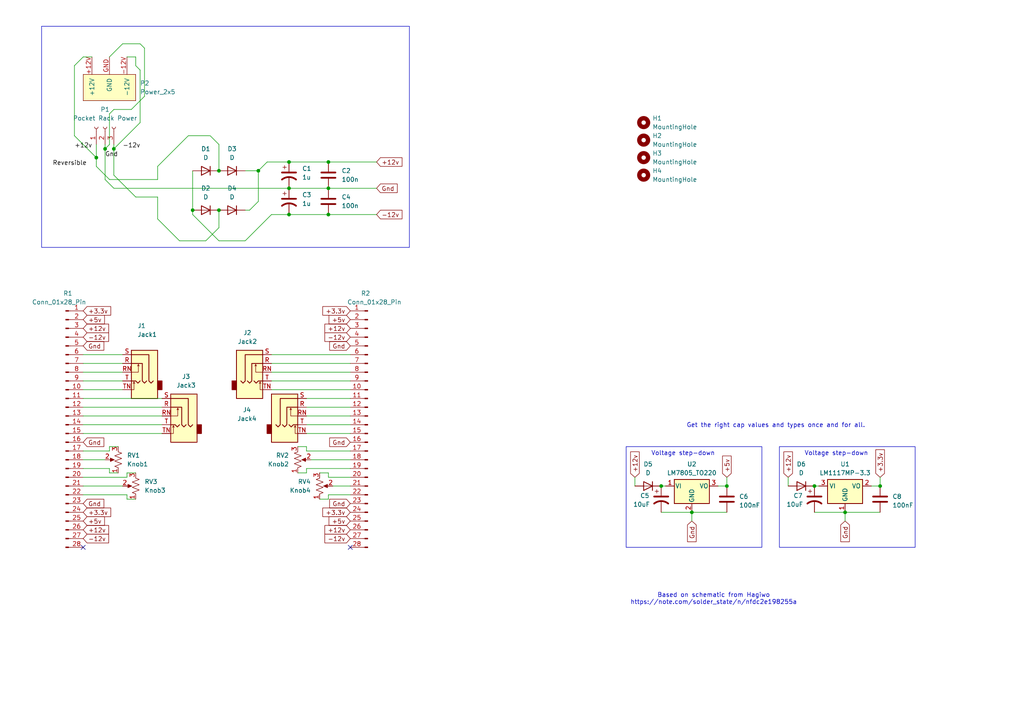
<source format=kicad_sch>
(kicad_sch
	(version 20231120)
	(generator "eeschema")
	(generator_version "8.0")
	(uuid "a5be9f87-f283-4c18-bc64-36411820b129")
	(paper "A4")
	(lib_symbols
		(symbol "CATs_Eurorack_Synth:Power_2x5"
			(pin_names
				(offset 1.016)
			)
			(exclude_from_sim no)
			(in_bom yes)
			(on_board yes)
			(property "Reference" "J"
				(at 0 10.16 0)
				(effects
					(font
						(size 1.27 1.27)
					)
				)
			)
			(property "Value" "Power_2x5"
				(at 0 8.89 0)
				(effects
					(font
						(size 1.27 1.27)
					)
				)
			)
			(property "Footprint" "Eurorack Synth:Power_2x5_Vertical"
				(at 1.27 0 0)
				(effects
					(font
						(size 1.27 1.27)
					)
					(hide yes)
				)
			)
			(property "Datasheet" ""
				(at 1.27 0 0)
				(effects
					(font
						(size 1.27 1.27)
					)
					(hide yes)
				)
			)
			(property "Description" ""
				(at 0 0 0)
				(effects
					(font
						(size 1.27 1.27)
					)
					(hide yes)
				)
			)
			(symbol "Power_2x5_0_1"
				(rectangle
					(start 3.81 7.62)
					(end -3.81 -7.62)
					(stroke
						(width 0)
						(type solid)
					)
					(fill
						(type background)
					)
				)
			)
			(symbol "Power_2x5_1_1"
				(pin power_out line
					(at 8.89 5.08 180)
					(length 5.08)
					(name "+12V"
						(effects
							(font
								(size 1.27 1.27)
							)
						)
					)
					(number "+12V"
						(effects
							(font
								(size 1.27 1.27)
							)
						)
					)
				)
				(pin power_out line
					(at 8.89 -5.08 180)
					(length 5.08)
					(name "-12V"
						(effects
							(font
								(size 1.27 1.27)
							)
						)
					)
					(number "-12V"
						(effects
							(font
								(size 1.27 1.27)
							)
						)
					)
				)
				(pin power_out line
					(at 8.89 0 180)
					(length 5.08)
					(name "GND"
						(effects
							(font
								(size 1.27 1.27)
							)
						)
					)
					(number "GND"
						(effects
							(font
								(size 1.27 1.27)
							)
						)
					)
				)
			)
		)
		(symbol "Connector:Conn_01x03_Socket"
			(pin_names
				(offset 1.016) hide)
			(exclude_from_sim no)
			(in_bom yes)
			(on_board yes)
			(property "Reference" "J"
				(at 0 5.08 0)
				(effects
					(font
						(size 1.27 1.27)
					)
				)
			)
			(property "Value" "Conn_01x03_Socket"
				(at 0 -5.08 0)
				(effects
					(font
						(size 1.27 1.27)
					)
				)
			)
			(property "Footprint" ""
				(at 0 0 0)
				(effects
					(font
						(size 1.27 1.27)
					)
					(hide yes)
				)
			)
			(property "Datasheet" "~"
				(at 0 0 0)
				(effects
					(font
						(size 1.27 1.27)
					)
					(hide yes)
				)
			)
			(property "Description" "Generic connector, single row, 01x03, script generated"
				(at 0 0 0)
				(effects
					(font
						(size 1.27 1.27)
					)
					(hide yes)
				)
			)
			(property "ki_locked" ""
				(at 0 0 0)
				(effects
					(font
						(size 1.27 1.27)
					)
				)
			)
			(property "ki_keywords" "connector"
				(at 0 0 0)
				(effects
					(font
						(size 1.27 1.27)
					)
					(hide yes)
				)
			)
			(property "ki_fp_filters" "Connector*:*_1x??_*"
				(at 0 0 0)
				(effects
					(font
						(size 1.27 1.27)
					)
					(hide yes)
				)
			)
			(symbol "Conn_01x03_Socket_1_1"
				(arc
					(start 0 -2.032)
					(mid -0.5058 -2.54)
					(end 0 -3.048)
					(stroke
						(width 0.1524)
						(type default)
					)
					(fill
						(type none)
					)
				)
				(polyline
					(pts
						(xy -1.27 -2.54) (xy -0.508 -2.54)
					)
					(stroke
						(width 0.1524)
						(type default)
					)
					(fill
						(type none)
					)
				)
				(polyline
					(pts
						(xy -1.27 0) (xy -0.508 0)
					)
					(stroke
						(width 0.1524)
						(type default)
					)
					(fill
						(type none)
					)
				)
				(polyline
					(pts
						(xy -1.27 2.54) (xy -0.508 2.54)
					)
					(stroke
						(width 0.1524)
						(type default)
					)
					(fill
						(type none)
					)
				)
				(arc
					(start 0 0.508)
					(mid -0.5058 0)
					(end 0 -0.508)
					(stroke
						(width 0.1524)
						(type default)
					)
					(fill
						(type none)
					)
				)
				(arc
					(start 0 3.048)
					(mid -0.5058 2.54)
					(end 0 2.032)
					(stroke
						(width 0.1524)
						(type default)
					)
					(fill
						(type none)
					)
				)
				(pin passive line
					(at -5.08 2.54 0)
					(length 3.81)
					(name "Pin_1"
						(effects
							(font
								(size 1.27 1.27)
							)
						)
					)
					(number "1"
						(effects
							(font
								(size 1.27 1.27)
							)
						)
					)
				)
				(pin passive line
					(at -5.08 0 0)
					(length 3.81)
					(name "Pin_2"
						(effects
							(font
								(size 1.27 1.27)
							)
						)
					)
					(number "2"
						(effects
							(font
								(size 1.27 1.27)
							)
						)
					)
				)
				(pin passive line
					(at -5.08 -2.54 0)
					(length 3.81)
					(name "Pin_3"
						(effects
							(font
								(size 1.27 1.27)
							)
						)
					)
					(number "3"
						(effects
							(font
								(size 1.27 1.27)
							)
						)
					)
				)
			)
		)
		(symbol "Connector:Conn_01x28_Pin"
			(pin_names
				(offset 1.016) hide)
			(exclude_from_sim no)
			(in_bom yes)
			(on_board yes)
			(property "Reference" "J"
				(at 0 35.56 0)
				(effects
					(font
						(size 1.27 1.27)
					)
				)
			)
			(property "Value" "Conn_01x28_Pin"
				(at 0 -38.1 0)
				(effects
					(font
						(size 1.27 1.27)
					)
				)
			)
			(property "Footprint" ""
				(at 0 0 0)
				(effects
					(font
						(size 1.27 1.27)
					)
					(hide yes)
				)
			)
			(property "Datasheet" "~"
				(at 0 0 0)
				(effects
					(font
						(size 1.27 1.27)
					)
					(hide yes)
				)
			)
			(property "Description" "Generic connector, single row, 01x28, script generated"
				(at 0 0 0)
				(effects
					(font
						(size 1.27 1.27)
					)
					(hide yes)
				)
			)
			(property "ki_locked" ""
				(at 0 0 0)
				(effects
					(font
						(size 1.27 1.27)
					)
				)
			)
			(property "ki_keywords" "connector"
				(at 0 0 0)
				(effects
					(font
						(size 1.27 1.27)
					)
					(hide yes)
				)
			)
			(property "ki_fp_filters" "Connector*:*_1x??_*"
				(at 0 0 0)
				(effects
					(font
						(size 1.27 1.27)
					)
					(hide yes)
				)
			)
			(symbol "Conn_01x28_Pin_1_1"
				(polyline
					(pts
						(xy 1.27 -35.56) (xy 0.8636 -35.56)
					)
					(stroke
						(width 0.1524)
						(type default)
					)
					(fill
						(type none)
					)
				)
				(polyline
					(pts
						(xy 1.27 -33.02) (xy 0.8636 -33.02)
					)
					(stroke
						(width 0.1524)
						(type default)
					)
					(fill
						(type none)
					)
				)
				(polyline
					(pts
						(xy 1.27 -30.48) (xy 0.8636 -30.48)
					)
					(stroke
						(width 0.1524)
						(type default)
					)
					(fill
						(type none)
					)
				)
				(polyline
					(pts
						(xy 1.27 -27.94) (xy 0.8636 -27.94)
					)
					(stroke
						(width 0.1524)
						(type default)
					)
					(fill
						(type none)
					)
				)
				(polyline
					(pts
						(xy 1.27 -25.4) (xy 0.8636 -25.4)
					)
					(stroke
						(width 0.1524)
						(type default)
					)
					(fill
						(type none)
					)
				)
				(polyline
					(pts
						(xy 1.27 -22.86) (xy 0.8636 -22.86)
					)
					(stroke
						(width 0.1524)
						(type default)
					)
					(fill
						(type none)
					)
				)
				(polyline
					(pts
						(xy 1.27 -20.32) (xy 0.8636 -20.32)
					)
					(stroke
						(width 0.1524)
						(type default)
					)
					(fill
						(type none)
					)
				)
				(polyline
					(pts
						(xy 1.27 -17.78) (xy 0.8636 -17.78)
					)
					(stroke
						(width 0.1524)
						(type default)
					)
					(fill
						(type none)
					)
				)
				(polyline
					(pts
						(xy 1.27 -15.24) (xy 0.8636 -15.24)
					)
					(stroke
						(width 0.1524)
						(type default)
					)
					(fill
						(type none)
					)
				)
				(polyline
					(pts
						(xy 1.27 -12.7) (xy 0.8636 -12.7)
					)
					(stroke
						(width 0.1524)
						(type default)
					)
					(fill
						(type none)
					)
				)
				(polyline
					(pts
						(xy 1.27 -10.16) (xy 0.8636 -10.16)
					)
					(stroke
						(width 0.1524)
						(type default)
					)
					(fill
						(type none)
					)
				)
				(polyline
					(pts
						(xy 1.27 -7.62) (xy 0.8636 -7.62)
					)
					(stroke
						(width 0.1524)
						(type default)
					)
					(fill
						(type none)
					)
				)
				(polyline
					(pts
						(xy 1.27 -5.08) (xy 0.8636 -5.08)
					)
					(stroke
						(width 0.1524)
						(type default)
					)
					(fill
						(type none)
					)
				)
				(polyline
					(pts
						(xy 1.27 -2.54) (xy 0.8636 -2.54)
					)
					(stroke
						(width 0.1524)
						(type default)
					)
					(fill
						(type none)
					)
				)
				(polyline
					(pts
						(xy 1.27 0) (xy 0.8636 0)
					)
					(stroke
						(width 0.1524)
						(type default)
					)
					(fill
						(type none)
					)
				)
				(polyline
					(pts
						(xy 1.27 2.54) (xy 0.8636 2.54)
					)
					(stroke
						(width 0.1524)
						(type default)
					)
					(fill
						(type none)
					)
				)
				(polyline
					(pts
						(xy 1.27 5.08) (xy 0.8636 5.08)
					)
					(stroke
						(width 0.1524)
						(type default)
					)
					(fill
						(type none)
					)
				)
				(polyline
					(pts
						(xy 1.27 7.62) (xy 0.8636 7.62)
					)
					(stroke
						(width 0.1524)
						(type default)
					)
					(fill
						(type none)
					)
				)
				(polyline
					(pts
						(xy 1.27 10.16) (xy 0.8636 10.16)
					)
					(stroke
						(width 0.1524)
						(type default)
					)
					(fill
						(type none)
					)
				)
				(polyline
					(pts
						(xy 1.27 12.7) (xy 0.8636 12.7)
					)
					(stroke
						(width 0.1524)
						(type default)
					)
					(fill
						(type none)
					)
				)
				(polyline
					(pts
						(xy 1.27 15.24) (xy 0.8636 15.24)
					)
					(stroke
						(width 0.1524)
						(type default)
					)
					(fill
						(type none)
					)
				)
				(polyline
					(pts
						(xy 1.27 17.78) (xy 0.8636 17.78)
					)
					(stroke
						(width 0.1524)
						(type default)
					)
					(fill
						(type none)
					)
				)
				(polyline
					(pts
						(xy 1.27 20.32) (xy 0.8636 20.32)
					)
					(stroke
						(width 0.1524)
						(type default)
					)
					(fill
						(type none)
					)
				)
				(polyline
					(pts
						(xy 1.27 22.86) (xy 0.8636 22.86)
					)
					(stroke
						(width 0.1524)
						(type default)
					)
					(fill
						(type none)
					)
				)
				(polyline
					(pts
						(xy 1.27 25.4) (xy 0.8636 25.4)
					)
					(stroke
						(width 0.1524)
						(type default)
					)
					(fill
						(type none)
					)
				)
				(polyline
					(pts
						(xy 1.27 27.94) (xy 0.8636 27.94)
					)
					(stroke
						(width 0.1524)
						(type default)
					)
					(fill
						(type none)
					)
				)
				(polyline
					(pts
						(xy 1.27 30.48) (xy 0.8636 30.48)
					)
					(stroke
						(width 0.1524)
						(type default)
					)
					(fill
						(type none)
					)
				)
				(polyline
					(pts
						(xy 1.27 33.02) (xy 0.8636 33.02)
					)
					(stroke
						(width 0.1524)
						(type default)
					)
					(fill
						(type none)
					)
				)
				(rectangle
					(start 0.8636 -35.433)
					(end 0 -35.687)
					(stroke
						(width 0.1524)
						(type default)
					)
					(fill
						(type outline)
					)
				)
				(rectangle
					(start 0.8636 -32.893)
					(end 0 -33.147)
					(stroke
						(width 0.1524)
						(type default)
					)
					(fill
						(type outline)
					)
				)
				(rectangle
					(start 0.8636 -30.353)
					(end 0 -30.607)
					(stroke
						(width 0.1524)
						(type default)
					)
					(fill
						(type outline)
					)
				)
				(rectangle
					(start 0.8636 -27.813)
					(end 0 -28.067)
					(stroke
						(width 0.1524)
						(type default)
					)
					(fill
						(type outline)
					)
				)
				(rectangle
					(start 0.8636 -25.273)
					(end 0 -25.527)
					(stroke
						(width 0.1524)
						(type default)
					)
					(fill
						(type outline)
					)
				)
				(rectangle
					(start 0.8636 -22.733)
					(end 0 -22.987)
					(stroke
						(width 0.1524)
						(type default)
					)
					(fill
						(type outline)
					)
				)
				(rectangle
					(start 0.8636 -20.193)
					(end 0 -20.447)
					(stroke
						(width 0.1524)
						(type default)
					)
					(fill
						(type outline)
					)
				)
				(rectangle
					(start 0.8636 -17.653)
					(end 0 -17.907)
					(stroke
						(width 0.1524)
						(type default)
					)
					(fill
						(type outline)
					)
				)
				(rectangle
					(start 0.8636 -15.113)
					(end 0 -15.367)
					(stroke
						(width 0.1524)
						(type default)
					)
					(fill
						(type outline)
					)
				)
				(rectangle
					(start 0.8636 -12.573)
					(end 0 -12.827)
					(stroke
						(width 0.1524)
						(type default)
					)
					(fill
						(type outline)
					)
				)
				(rectangle
					(start 0.8636 -10.033)
					(end 0 -10.287)
					(stroke
						(width 0.1524)
						(type default)
					)
					(fill
						(type outline)
					)
				)
				(rectangle
					(start 0.8636 -7.493)
					(end 0 -7.747)
					(stroke
						(width 0.1524)
						(type default)
					)
					(fill
						(type outline)
					)
				)
				(rectangle
					(start 0.8636 -4.953)
					(end 0 -5.207)
					(stroke
						(width 0.1524)
						(type default)
					)
					(fill
						(type outline)
					)
				)
				(rectangle
					(start 0.8636 -2.413)
					(end 0 -2.667)
					(stroke
						(width 0.1524)
						(type default)
					)
					(fill
						(type outline)
					)
				)
				(rectangle
					(start 0.8636 0.127)
					(end 0 -0.127)
					(stroke
						(width 0.1524)
						(type default)
					)
					(fill
						(type outline)
					)
				)
				(rectangle
					(start 0.8636 2.667)
					(end 0 2.413)
					(stroke
						(width 0.1524)
						(type default)
					)
					(fill
						(type outline)
					)
				)
				(rectangle
					(start 0.8636 5.207)
					(end 0 4.953)
					(stroke
						(width 0.1524)
						(type default)
					)
					(fill
						(type outline)
					)
				)
				(rectangle
					(start 0.8636 7.747)
					(end 0 7.493)
					(stroke
						(width 0.1524)
						(type default)
					)
					(fill
						(type outline)
					)
				)
				(rectangle
					(start 0.8636 10.287)
					(end 0 10.033)
					(stroke
						(width 0.1524)
						(type default)
					)
					(fill
						(type outline)
					)
				)
				(rectangle
					(start 0.8636 12.827)
					(end 0 12.573)
					(stroke
						(width 0.1524)
						(type default)
					)
					(fill
						(type outline)
					)
				)
				(rectangle
					(start 0.8636 15.367)
					(end 0 15.113)
					(stroke
						(width 0.1524)
						(type default)
					)
					(fill
						(type outline)
					)
				)
				(rectangle
					(start 0.8636 17.907)
					(end 0 17.653)
					(stroke
						(width 0.1524)
						(type default)
					)
					(fill
						(type outline)
					)
				)
				(rectangle
					(start 0.8636 20.447)
					(end 0 20.193)
					(stroke
						(width 0.1524)
						(type default)
					)
					(fill
						(type outline)
					)
				)
				(rectangle
					(start 0.8636 22.987)
					(end 0 22.733)
					(stroke
						(width 0.1524)
						(type default)
					)
					(fill
						(type outline)
					)
				)
				(rectangle
					(start 0.8636 25.527)
					(end 0 25.273)
					(stroke
						(width 0.1524)
						(type default)
					)
					(fill
						(type outline)
					)
				)
				(rectangle
					(start 0.8636 28.067)
					(end 0 27.813)
					(stroke
						(width 0.1524)
						(type default)
					)
					(fill
						(type outline)
					)
				)
				(rectangle
					(start 0.8636 30.607)
					(end 0 30.353)
					(stroke
						(width 0.1524)
						(type default)
					)
					(fill
						(type outline)
					)
				)
				(rectangle
					(start 0.8636 33.147)
					(end 0 32.893)
					(stroke
						(width 0.1524)
						(type default)
					)
					(fill
						(type outline)
					)
				)
				(pin passive line
					(at 5.08 33.02 180)
					(length 3.81)
					(name "Pin_1"
						(effects
							(font
								(size 1.27 1.27)
							)
						)
					)
					(number "1"
						(effects
							(font
								(size 1.27 1.27)
							)
						)
					)
				)
				(pin passive line
					(at 5.08 10.16 180)
					(length 3.81)
					(name "Pin_10"
						(effects
							(font
								(size 1.27 1.27)
							)
						)
					)
					(number "10"
						(effects
							(font
								(size 1.27 1.27)
							)
						)
					)
				)
				(pin passive line
					(at 5.08 7.62 180)
					(length 3.81)
					(name "Pin_11"
						(effects
							(font
								(size 1.27 1.27)
							)
						)
					)
					(number "11"
						(effects
							(font
								(size 1.27 1.27)
							)
						)
					)
				)
				(pin passive line
					(at 5.08 5.08 180)
					(length 3.81)
					(name "Pin_12"
						(effects
							(font
								(size 1.27 1.27)
							)
						)
					)
					(number "12"
						(effects
							(font
								(size 1.27 1.27)
							)
						)
					)
				)
				(pin passive line
					(at 5.08 2.54 180)
					(length 3.81)
					(name "Pin_13"
						(effects
							(font
								(size 1.27 1.27)
							)
						)
					)
					(number "13"
						(effects
							(font
								(size 1.27 1.27)
							)
						)
					)
				)
				(pin passive line
					(at 5.08 0 180)
					(length 3.81)
					(name "Pin_14"
						(effects
							(font
								(size 1.27 1.27)
							)
						)
					)
					(number "14"
						(effects
							(font
								(size 1.27 1.27)
							)
						)
					)
				)
				(pin passive line
					(at 5.08 -2.54 180)
					(length 3.81)
					(name "Pin_15"
						(effects
							(font
								(size 1.27 1.27)
							)
						)
					)
					(number "15"
						(effects
							(font
								(size 1.27 1.27)
							)
						)
					)
				)
				(pin passive line
					(at 5.08 -5.08 180)
					(length 3.81)
					(name "Pin_16"
						(effects
							(font
								(size 1.27 1.27)
							)
						)
					)
					(number "16"
						(effects
							(font
								(size 1.27 1.27)
							)
						)
					)
				)
				(pin passive line
					(at 5.08 -7.62 180)
					(length 3.81)
					(name "Pin_17"
						(effects
							(font
								(size 1.27 1.27)
							)
						)
					)
					(number "17"
						(effects
							(font
								(size 1.27 1.27)
							)
						)
					)
				)
				(pin passive line
					(at 5.08 -10.16 180)
					(length 3.81)
					(name "Pin_18"
						(effects
							(font
								(size 1.27 1.27)
							)
						)
					)
					(number "18"
						(effects
							(font
								(size 1.27 1.27)
							)
						)
					)
				)
				(pin passive line
					(at 5.08 -12.7 180)
					(length 3.81)
					(name "Pin_19"
						(effects
							(font
								(size 1.27 1.27)
							)
						)
					)
					(number "19"
						(effects
							(font
								(size 1.27 1.27)
							)
						)
					)
				)
				(pin passive line
					(at 5.08 30.48 180)
					(length 3.81)
					(name "Pin_2"
						(effects
							(font
								(size 1.27 1.27)
							)
						)
					)
					(number "2"
						(effects
							(font
								(size 1.27 1.27)
							)
						)
					)
				)
				(pin passive line
					(at 5.08 -15.24 180)
					(length 3.81)
					(name "Pin_20"
						(effects
							(font
								(size 1.27 1.27)
							)
						)
					)
					(number "20"
						(effects
							(font
								(size 1.27 1.27)
							)
						)
					)
				)
				(pin passive line
					(at 5.08 -17.78 180)
					(length 3.81)
					(name "Pin_21"
						(effects
							(font
								(size 1.27 1.27)
							)
						)
					)
					(number "21"
						(effects
							(font
								(size 1.27 1.27)
							)
						)
					)
				)
				(pin passive line
					(at 5.08 -20.32 180)
					(length 3.81)
					(name "Pin_22"
						(effects
							(font
								(size 1.27 1.27)
							)
						)
					)
					(number "22"
						(effects
							(font
								(size 1.27 1.27)
							)
						)
					)
				)
				(pin passive line
					(at 5.08 -22.86 180)
					(length 3.81)
					(name "Pin_23"
						(effects
							(font
								(size 1.27 1.27)
							)
						)
					)
					(number "23"
						(effects
							(font
								(size 1.27 1.27)
							)
						)
					)
				)
				(pin passive line
					(at 5.08 -25.4 180)
					(length 3.81)
					(name "Pin_24"
						(effects
							(font
								(size 1.27 1.27)
							)
						)
					)
					(number "24"
						(effects
							(font
								(size 1.27 1.27)
							)
						)
					)
				)
				(pin passive line
					(at 5.08 -27.94 180)
					(length 3.81)
					(name "Pin_25"
						(effects
							(font
								(size 1.27 1.27)
							)
						)
					)
					(number "25"
						(effects
							(font
								(size 1.27 1.27)
							)
						)
					)
				)
				(pin passive line
					(at 5.08 -30.48 180)
					(length 3.81)
					(name "Pin_26"
						(effects
							(font
								(size 1.27 1.27)
							)
						)
					)
					(number "26"
						(effects
							(font
								(size 1.27 1.27)
							)
						)
					)
				)
				(pin passive line
					(at 5.08 -33.02 180)
					(length 3.81)
					(name "Pin_27"
						(effects
							(font
								(size 1.27 1.27)
							)
						)
					)
					(number "27"
						(effects
							(font
								(size 1.27 1.27)
							)
						)
					)
				)
				(pin passive line
					(at 5.08 -35.56 180)
					(length 3.81)
					(name "Pin_28"
						(effects
							(font
								(size 1.27 1.27)
							)
						)
					)
					(number "28"
						(effects
							(font
								(size 1.27 1.27)
							)
						)
					)
				)
				(pin passive line
					(at 5.08 27.94 180)
					(length 3.81)
					(name "Pin_3"
						(effects
							(font
								(size 1.27 1.27)
							)
						)
					)
					(number "3"
						(effects
							(font
								(size 1.27 1.27)
							)
						)
					)
				)
				(pin passive line
					(at 5.08 25.4 180)
					(length 3.81)
					(name "Pin_4"
						(effects
							(font
								(size 1.27 1.27)
							)
						)
					)
					(number "4"
						(effects
							(font
								(size 1.27 1.27)
							)
						)
					)
				)
				(pin passive line
					(at 5.08 22.86 180)
					(length 3.81)
					(name "Pin_5"
						(effects
							(font
								(size 1.27 1.27)
							)
						)
					)
					(number "5"
						(effects
							(font
								(size 1.27 1.27)
							)
						)
					)
				)
				(pin passive line
					(at 5.08 20.32 180)
					(length 3.81)
					(name "Pin_6"
						(effects
							(font
								(size 1.27 1.27)
							)
						)
					)
					(number "6"
						(effects
							(font
								(size 1.27 1.27)
							)
						)
					)
				)
				(pin passive line
					(at 5.08 17.78 180)
					(length 3.81)
					(name "Pin_7"
						(effects
							(font
								(size 1.27 1.27)
							)
						)
					)
					(number "7"
						(effects
							(font
								(size 1.27 1.27)
							)
						)
					)
				)
				(pin passive line
					(at 5.08 15.24 180)
					(length 3.81)
					(name "Pin_8"
						(effects
							(font
								(size 1.27 1.27)
							)
						)
					)
					(number "8"
						(effects
							(font
								(size 1.27 1.27)
							)
						)
					)
				)
				(pin passive line
					(at 5.08 12.7 180)
					(length 3.81)
					(name "Pin_9"
						(effects
							(font
								(size 1.27 1.27)
							)
						)
					)
					(number "9"
						(effects
							(font
								(size 1.27 1.27)
							)
						)
					)
				)
			)
		)
		(symbol "Connector_Audio:AudioJack3_SwitchTR"
			(exclude_from_sim no)
			(in_bom yes)
			(on_board yes)
			(property "Reference" "J"
				(at 0 8.89 0)
				(effects
					(font
						(size 1.27 1.27)
					)
				)
			)
			(property "Value" "AudioJack3_SwitchTR"
				(at 0 6.35 0)
				(effects
					(font
						(size 1.27 1.27)
					)
				)
			)
			(property "Footprint" ""
				(at 0 0 0)
				(effects
					(font
						(size 1.27 1.27)
					)
					(hide yes)
				)
			)
			(property "Datasheet" "~"
				(at 0 0 0)
				(effects
					(font
						(size 1.27 1.27)
					)
					(hide yes)
				)
			)
			(property "Description" "Audio Jack, 3 Poles (Stereo / TRS), Switched TR Poles (Normalling)"
				(at 0 0 0)
				(effects
					(font
						(size 1.27 1.27)
					)
					(hide yes)
				)
			)
			(property "ki_keywords" "audio jack receptacle stereo headphones phones TRS connector"
				(at 0 0 0)
				(effects
					(font
						(size 1.27 1.27)
					)
					(hide yes)
				)
			)
			(property "ki_fp_filters" "Jack*"
				(at 0 0 0)
				(effects
					(font
						(size 1.27 1.27)
					)
					(hide yes)
				)
			)
			(symbol "AudioJack3_SwitchTR_0_1"
				(rectangle
					(start -5.08 -5.08)
					(end -6.35 -7.62)
					(stroke
						(width 0.254)
						(type default)
					)
					(fill
						(type outline)
					)
				)
				(polyline
					(pts
						(xy 0.508 -0.254) (xy 0.762 -0.762)
					)
					(stroke
						(width 0)
						(type default)
					)
					(fill
						(type none)
					)
				)
				(polyline
					(pts
						(xy 1.778 -5.334) (xy 2.032 -5.842)
					)
					(stroke
						(width 0)
						(type default)
					)
					(fill
						(type none)
					)
				)
				(polyline
					(pts
						(xy 0 -5.08) (xy 0.635 -5.715) (xy 1.27 -5.08) (xy 2.54 -5.08)
					)
					(stroke
						(width 0.254)
						(type default)
					)
					(fill
						(type none)
					)
				)
				(polyline
					(pts
						(xy 2.54 -7.62) (xy 1.778 -7.62) (xy 1.778 -5.334) (xy 1.524 -5.842)
					)
					(stroke
						(width 0)
						(type default)
					)
					(fill
						(type none)
					)
				)
				(polyline
					(pts
						(xy 2.54 -2.54) (xy 0.508 -2.54) (xy 0.508 -0.254) (xy 0.254 -0.762)
					)
					(stroke
						(width 0)
						(type default)
					)
					(fill
						(type none)
					)
				)
				(polyline
					(pts
						(xy -1.905 -5.08) (xy -1.27 -5.715) (xy -0.635 -5.08) (xy -0.635 0) (xy 2.54 0)
					)
					(stroke
						(width 0.254)
						(type default)
					)
					(fill
						(type none)
					)
				)
				(polyline
					(pts
						(xy 2.54 2.54) (xy -2.54 2.54) (xy -2.54 -5.08) (xy -3.175 -5.715) (xy -3.81 -5.08)
					)
					(stroke
						(width 0.254)
						(type default)
					)
					(fill
						(type none)
					)
				)
				(rectangle
					(start 2.54 3.81)
					(end -5.08 -10.16)
					(stroke
						(width 0.254)
						(type default)
					)
					(fill
						(type background)
					)
				)
			)
			(symbol "AudioJack3_SwitchTR_1_1"
				(pin passive line
					(at 5.08 0 180)
					(length 2.54)
					(name "~"
						(effects
							(font
								(size 1.27 1.27)
							)
						)
					)
					(number "R"
						(effects
							(font
								(size 1.27 1.27)
							)
						)
					)
				)
				(pin passive line
					(at 5.08 -2.54 180)
					(length 2.54)
					(name "~"
						(effects
							(font
								(size 1.27 1.27)
							)
						)
					)
					(number "RN"
						(effects
							(font
								(size 1.27 1.27)
							)
						)
					)
				)
				(pin passive line
					(at 5.08 2.54 180)
					(length 2.54)
					(name "~"
						(effects
							(font
								(size 1.27 1.27)
							)
						)
					)
					(number "S"
						(effects
							(font
								(size 1.27 1.27)
							)
						)
					)
				)
				(pin passive line
					(at 5.08 -5.08 180)
					(length 2.54)
					(name "~"
						(effects
							(font
								(size 1.27 1.27)
							)
						)
					)
					(number "T"
						(effects
							(font
								(size 1.27 1.27)
							)
						)
					)
				)
				(pin passive line
					(at 5.08 -7.62 180)
					(length 2.54)
					(name "~"
						(effects
							(font
								(size 1.27 1.27)
							)
						)
					)
					(number "TN"
						(effects
							(font
								(size 1.27 1.27)
							)
						)
					)
				)
			)
		)
		(symbol "Device:C"
			(pin_numbers hide)
			(pin_names
				(offset 0.254)
			)
			(exclude_from_sim no)
			(in_bom yes)
			(on_board yes)
			(property "Reference" "C"
				(at 0.635 2.54 0)
				(effects
					(font
						(size 1.27 1.27)
					)
					(justify left)
				)
			)
			(property "Value" "C"
				(at 0.635 -2.54 0)
				(effects
					(font
						(size 1.27 1.27)
					)
					(justify left)
				)
			)
			(property "Footprint" ""
				(at 0.9652 -3.81 0)
				(effects
					(font
						(size 1.27 1.27)
					)
					(hide yes)
				)
			)
			(property "Datasheet" "~"
				(at 0 0 0)
				(effects
					(font
						(size 1.27 1.27)
					)
					(hide yes)
				)
			)
			(property "Description" "Unpolarized capacitor"
				(at 0 0 0)
				(effects
					(font
						(size 1.27 1.27)
					)
					(hide yes)
				)
			)
			(property "ki_keywords" "cap capacitor"
				(at 0 0 0)
				(effects
					(font
						(size 1.27 1.27)
					)
					(hide yes)
				)
			)
			(property "ki_fp_filters" "C_*"
				(at 0 0 0)
				(effects
					(font
						(size 1.27 1.27)
					)
					(hide yes)
				)
			)
			(symbol "C_0_1"
				(polyline
					(pts
						(xy -2.032 -0.762) (xy 2.032 -0.762)
					)
					(stroke
						(width 0.508)
						(type default)
					)
					(fill
						(type none)
					)
				)
				(polyline
					(pts
						(xy -2.032 0.762) (xy 2.032 0.762)
					)
					(stroke
						(width 0.508)
						(type default)
					)
					(fill
						(type none)
					)
				)
			)
			(symbol "C_1_1"
				(pin passive line
					(at 0 3.81 270)
					(length 2.794)
					(name "~"
						(effects
							(font
								(size 1.27 1.27)
							)
						)
					)
					(number "1"
						(effects
							(font
								(size 1.27 1.27)
							)
						)
					)
				)
				(pin passive line
					(at 0 -3.81 90)
					(length 2.794)
					(name "~"
						(effects
							(font
								(size 1.27 1.27)
							)
						)
					)
					(number "2"
						(effects
							(font
								(size 1.27 1.27)
							)
						)
					)
				)
			)
		)
		(symbol "Device:C_Polarized_US"
			(pin_numbers hide)
			(pin_names
				(offset 0.254) hide)
			(exclude_from_sim no)
			(in_bom yes)
			(on_board yes)
			(property "Reference" "C"
				(at 0.635 2.54 0)
				(effects
					(font
						(size 1.27 1.27)
					)
					(justify left)
				)
			)
			(property "Value" "C_Polarized_US"
				(at 0.635 -2.54 0)
				(effects
					(font
						(size 1.27 1.27)
					)
					(justify left)
				)
			)
			(property "Footprint" ""
				(at 0 0 0)
				(effects
					(font
						(size 1.27 1.27)
					)
					(hide yes)
				)
			)
			(property "Datasheet" "~"
				(at 0 0 0)
				(effects
					(font
						(size 1.27 1.27)
					)
					(hide yes)
				)
			)
			(property "Description" "Polarized capacitor, US symbol"
				(at 0 0 0)
				(effects
					(font
						(size 1.27 1.27)
					)
					(hide yes)
				)
			)
			(property "ki_keywords" "cap capacitor"
				(at 0 0 0)
				(effects
					(font
						(size 1.27 1.27)
					)
					(hide yes)
				)
			)
			(property "ki_fp_filters" "CP_*"
				(at 0 0 0)
				(effects
					(font
						(size 1.27 1.27)
					)
					(hide yes)
				)
			)
			(symbol "C_Polarized_US_0_1"
				(polyline
					(pts
						(xy -2.032 0.762) (xy 2.032 0.762)
					)
					(stroke
						(width 0.508)
						(type default)
					)
					(fill
						(type none)
					)
				)
				(polyline
					(pts
						(xy -1.778 2.286) (xy -0.762 2.286)
					)
					(stroke
						(width 0)
						(type default)
					)
					(fill
						(type none)
					)
				)
				(polyline
					(pts
						(xy -1.27 1.778) (xy -1.27 2.794)
					)
					(stroke
						(width 0)
						(type default)
					)
					(fill
						(type none)
					)
				)
				(arc
					(start 2.032 -1.27)
					(mid 0 -0.5572)
					(end -2.032 -1.27)
					(stroke
						(width 0.508)
						(type default)
					)
					(fill
						(type none)
					)
				)
			)
			(symbol "C_Polarized_US_1_1"
				(pin passive line
					(at 0 3.81 270)
					(length 2.794)
					(name "~"
						(effects
							(font
								(size 1.27 1.27)
							)
						)
					)
					(number "1"
						(effects
							(font
								(size 1.27 1.27)
							)
						)
					)
				)
				(pin passive line
					(at 0 -3.81 90)
					(length 3.302)
					(name "~"
						(effects
							(font
								(size 1.27 1.27)
							)
						)
					)
					(number "2"
						(effects
							(font
								(size 1.27 1.27)
							)
						)
					)
				)
			)
		)
		(symbol "Device:D"
			(pin_numbers hide)
			(pin_names
				(offset 1.016) hide)
			(exclude_from_sim no)
			(in_bom yes)
			(on_board yes)
			(property "Reference" "D"
				(at 0 2.54 0)
				(effects
					(font
						(size 1.27 1.27)
					)
				)
			)
			(property "Value" "D"
				(at 0 -2.54 0)
				(effects
					(font
						(size 1.27 1.27)
					)
				)
			)
			(property "Footprint" ""
				(at 0 0 0)
				(effects
					(font
						(size 1.27 1.27)
					)
					(hide yes)
				)
			)
			(property "Datasheet" "~"
				(at 0 0 0)
				(effects
					(font
						(size 1.27 1.27)
					)
					(hide yes)
				)
			)
			(property "Description" "Diode"
				(at 0 0 0)
				(effects
					(font
						(size 1.27 1.27)
					)
					(hide yes)
				)
			)
			(property "Sim.Device" "D"
				(at 0 0 0)
				(effects
					(font
						(size 1.27 1.27)
					)
					(hide yes)
				)
			)
			(property "Sim.Pins" "1=K 2=A"
				(at 0 0 0)
				(effects
					(font
						(size 1.27 1.27)
					)
					(hide yes)
				)
			)
			(property "ki_keywords" "diode"
				(at 0 0 0)
				(effects
					(font
						(size 1.27 1.27)
					)
					(hide yes)
				)
			)
			(property "ki_fp_filters" "TO-???* *_Diode_* *SingleDiode* D_*"
				(at 0 0 0)
				(effects
					(font
						(size 1.27 1.27)
					)
					(hide yes)
				)
			)
			(symbol "D_0_1"
				(polyline
					(pts
						(xy -1.27 1.27) (xy -1.27 -1.27)
					)
					(stroke
						(width 0.254)
						(type default)
					)
					(fill
						(type none)
					)
				)
				(polyline
					(pts
						(xy 1.27 0) (xy -1.27 0)
					)
					(stroke
						(width 0)
						(type default)
					)
					(fill
						(type none)
					)
				)
				(polyline
					(pts
						(xy 1.27 1.27) (xy 1.27 -1.27) (xy -1.27 0) (xy 1.27 1.27)
					)
					(stroke
						(width 0.254)
						(type default)
					)
					(fill
						(type none)
					)
				)
			)
			(symbol "D_1_1"
				(pin passive line
					(at -3.81 0 0)
					(length 2.54)
					(name "K"
						(effects
							(font
								(size 1.27 1.27)
							)
						)
					)
					(number "1"
						(effects
							(font
								(size 1.27 1.27)
							)
						)
					)
				)
				(pin passive line
					(at 3.81 0 180)
					(length 2.54)
					(name "A"
						(effects
							(font
								(size 1.27 1.27)
							)
						)
					)
					(number "2"
						(effects
							(font
								(size 1.27 1.27)
							)
						)
					)
				)
			)
		)
		(symbol "Device:R_Potentiometer_US"
			(pin_names
				(offset 1.016) hide)
			(exclude_from_sim no)
			(in_bom yes)
			(on_board yes)
			(property "Reference" "RV"
				(at -4.445 0 90)
				(effects
					(font
						(size 1.27 1.27)
					)
				)
			)
			(property "Value" "R_Potentiometer_US"
				(at -2.54 0 90)
				(effects
					(font
						(size 1.27 1.27)
					)
				)
			)
			(property "Footprint" ""
				(at 0 0 0)
				(effects
					(font
						(size 1.27 1.27)
					)
					(hide yes)
				)
			)
			(property "Datasheet" "~"
				(at 0 0 0)
				(effects
					(font
						(size 1.27 1.27)
					)
					(hide yes)
				)
			)
			(property "Description" "Potentiometer, US symbol"
				(at 0 0 0)
				(effects
					(font
						(size 1.27 1.27)
					)
					(hide yes)
				)
			)
			(property "ki_keywords" "resistor variable"
				(at 0 0 0)
				(effects
					(font
						(size 1.27 1.27)
					)
					(hide yes)
				)
			)
			(property "ki_fp_filters" "Potentiometer*"
				(at 0 0 0)
				(effects
					(font
						(size 1.27 1.27)
					)
					(hide yes)
				)
			)
			(symbol "R_Potentiometer_US_0_1"
				(polyline
					(pts
						(xy 0 -2.286) (xy 0 -2.54)
					)
					(stroke
						(width 0)
						(type default)
					)
					(fill
						(type none)
					)
				)
				(polyline
					(pts
						(xy 0 2.54) (xy 0 2.286)
					)
					(stroke
						(width 0)
						(type default)
					)
					(fill
						(type none)
					)
				)
				(polyline
					(pts
						(xy 2.54 0) (xy 1.524 0)
					)
					(stroke
						(width 0)
						(type default)
					)
					(fill
						(type none)
					)
				)
				(polyline
					(pts
						(xy 1.143 0) (xy 2.286 0.508) (xy 2.286 -0.508) (xy 1.143 0)
					)
					(stroke
						(width 0)
						(type default)
					)
					(fill
						(type outline)
					)
				)
				(polyline
					(pts
						(xy 0 -0.762) (xy 1.016 -1.143) (xy 0 -1.524) (xy -1.016 -1.905) (xy 0 -2.286)
					)
					(stroke
						(width 0)
						(type default)
					)
					(fill
						(type none)
					)
				)
				(polyline
					(pts
						(xy 0 0.762) (xy 1.016 0.381) (xy 0 0) (xy -1.016 -0.381) (xy 0 -0.762)
					)
					(stroke
						(width 0)
						(type default)
					)
					(fill
						(type none)
					)
				)
				(polyline
					(pts
						(xy 0 2.286) (xy 1.016 1.905) (xy 0 1.524) (xy -1.016 1.143) (xy 0 0.762)
					)
					(stroke
						(width 0)
						(type default)
					)
					(fill
						(type none)
					)
				)
			)
			(symbol "R_Potentiometer_US_1_1"
				(pin passive line
					(at 0 3.81 270)
					(length 1.27)
					(name "1"
						(effects
							(font
								(size 1.27 1.27)
							)
						)
					)
					(number "1"
						(effects
							(font
								(size 1.27 1.27)
							)
						)
					)
				)
				(pin passive line
					(at 3.81 0 180)
					(length 1.27)
					(name "2"
						(effects
							(font
								(size 1.27 1.27)
							)
						)
					)
					(number "2"
						(effects
							(font
								(size 1.27 1.27)
							)
						)
					)
				)
				(pin passive line
					(at 0 -3.81 90)
					(length 1.27)
					(name "3"
						(effects
							(font
								(size 1.27 1.27)
							)
						)
					)
					(number "3"
						(effects
							(font
								(size 1.27 1.27)
							)
						)
					)
				)
			)
		)
		(symbol "Mechanical:MountingHole"
			(pin_names
				(offset 1.016)
			)
			(exclude_from_sim no)
			(in_bom yes)
			(on_board yes)
			(property "Reference" "H"
				(at 0 5.08 0)
				(effects
					(font
						(size 1.27 1.27)
					)
				)
			)
			(property "Value" "MountingHole"
				(at 0 3.175 0)
				(effects
					(font
						(size 1.27 1.27)
					)
				)
			)
			(property "Footprint" ""
				(at 0 0 0)
				(effects
					(font
						(size 1.27 1.27)
					)
					(hide yes)
				)
			)
			(property "Datasheet" "~"
				(at 0 0 0)
				(effects
					(font
						(size 1.27 1.27)
					)
					(hide yes)
				)
			)
			(property "Description" "Mounting Hole without connection"
				(at 0 0 0)
				(effects
					(font
						(size 1.27 1.27)
					)
					(hide yes)
				)
			)
			(property "ki_keywords" "mounting hole"
				(at 0 0 0)
				(effects
					(font
						(size 1.27 1.27)
					)
					(hide yes)
				)
			)
			(property "ki_fp_filters" "MountingHole*"
				(at 0 0 0)
				(effects
					(font
						(size 1.27 1.27)
					)
					(hide yes)
				)
			)
			(symbol "MountingHole_0_1"
				(circle
					(center 0 0)
					(radius 1.27)
					(stroke
						(width 1.27)
						(type default)
					)
					(fill
						(type none)
					)
				)
			)
		)
		(symbol "Regulator_Linear:LM1117MP-3.3"
			(exclude_from_sim no)
			(in_bom yes)
			(on_board yes)
			(property "Reference" "U"
				(at -3.81 3.175 0)
				(effects
					(font
						(size 1.27 1.27)
					)
				)
			)
			(property "Value" "LM1117MP-3.3"
				(at 0 3.175 0)
				(effects
					(font
						(size 1.27 1.27)
					)
					(justify left)
				)
			)
			(property "Footprint" "Package_TO_SOT_SMD:SOT-223-3_TabPin2"
				(at 0 0 0)
				(effects
					(font
						(size 1.27 1.27)
					)
					(hide yes)
				)
			)
			(property "Datasheet" "http://www.ti.com/lit/ds/symlink/lm1117.pdf"
				(at 0 0 0)
				(effects
					(font
						(size 1.27 1.27)
					)
					(hide yes)
				)
			)
			(property "Description" "800mA Low-Dropout Linear Regulator, 3.3V fixed output, SOT-223"
				(at 0 0 0)
				(effects
					(font
						(size 1.27 1.27)
					)
					(hide yes)
				)
			)
			(property "ki_keywords" "linear regulator ldo fixed positive"
				(at 0 0 0)
				(effects
					(font
						(size 1.27 1.27)
					)
					(hide yes)
				)
			)
			(property "ki_fp_filters" "SOT?223*"
				(at 0 0 0)
				(effects
					(font
						(size 1.27 1.27)
					)
					(hide yes)
				)
			)
			(symbol "LM1117MP-3.3_0_1"
				(rectangle
					(start -5.08 -5.08)
					(end 5.08 1.905)
					(stroke
						(width 0.254)
						(type default)
					)
					(fill
						(type background)
					)
				)
			)
			(symbol "LM1117MP-3.3_1_1"
				(pin power_in line
					(at 0 -7.62 90)
					(length 2.54)
					(name "GND"
						(effects
							(font
								(size 1.27 1.27)
							)
						)
					)
					(number "1"
						(effects
							(font
								(size 1.27 1.27)
							)
						)
					)
				)
				(pin power_out line
					(at 7.62 0 180)
					(length 2.54)
					(name "VO"
						(effects
							(font
								(size 1.27 1.27)
							)
						)
					)
					(number "2"
						(effects
							(font
								(size 1.27 1.27)
							)
						)
					)
				)
				(pin power_in line
					(at -7.62 0 0)
					(length 2.54)
					(name "VI"
						(effects
							(font
								(size 1.27 1.27)
							)
						)
					)
					(number "3"
						(effects
							(font
								(size 1.27 1.27)
							)
						)
					)
				)
			)
		)
		(symbol "Regulator_Linear:LM7805_TO220"
			(pin_names
				(offset 0.254)
			)
			(exclude_from_sim no)
			(in_bom yes)
			(on_board yes)
			(property "Reference" "U"
				(at -3.81 3.175 0)
				(effects
					(font
						(size 1.27 1.27)
					)
				)
			)
			(property "Value" "LM7805_TO220"
				(at 0 3.175 0)
				(effects
					(font
						(size 1.27 1.27)
					)
					(justify left)
				)
			)
			(property "Footprint" "Package_TO_SOT_THT:TO-220-3_Vertical"
				(at 0 5.715 0)
				(effects
					(font
						(size 1.27 1.27)
						(italic yes)
					)
					(hide yes)
				)
			)
			(property "Datasheet" "https://www.onsemi.cn/PowerSolutions/document/MC7800-D.PDF"
				(at 0 -1.27 0)
				(effects
					(font
						(size 1.27 1.27)
					)
					(hide yes)
				)
			)
			(property "Description" "Positive 1A 35V Linear Regulator, Fixed Output 5V, TO-220"
				(at 0 0 0)
				(effects
					(font
						(size 1.27 1.27)
					)
					(hide yes)
				)
			)
			(property "ki_keywords" "Voltage Regulator 1A Positive"
				(at 0 0 0)
				(effects
					(font
						(size 1.27 1.27)
					)
					(hide yes)
				)
			)
			(property "ki_fp_filters" "TO?220*"
				(at 0 0 0)
				(effects
					(font
						(size 1.27 1.27)
					)
					(hide yes)
				)
			)
			(symbol "LM7805_TO220_0_1"
				(rectangle
					(start -5.08 1.905)
					(end 5.08 -5.08)
					(stroke
						(width 0.254)
						(type default)
					)
					(fill
						(type background)
					)
				)
			)
			(symbol "LM7805_TO220_1_1"
				(pin power_in line
					(at -7.62 0 0)
					(length 2.54)
					(name "VI"
						(effects
							(font
								(size 1.27 1.27)
							)
						)
					)
					(number "1"
						(effects
							(font
								(size 1.27 1.27)
							)
						)
					)
				)
				(pin power_in line
					(at 0 -7.62 90)
					(length 2.54)
					(name "GND"
						(effects
							(font
								(size 1.27 1.27)
							)
						)
					)
					(number "2"
						(effects
							(font
								(size 1.27 1.27)
							)
						)
					)
				)
				(pin power_out line
					(at 7.62 0 180)
					(length 2.54)
					(name "VO"
						(effects
							(font
								(size 1.27 1.27)
							)
						)
					)
					(number "3"
						(effects
							(font
								(size 1.27 1.27)
							)
						)
					)
				)
			)
		)
	)
	(junction
		(at 83.82 62.23)
		(diameter 0)
		(color 0 0 0 0)
		(uuid "07047691-622f-42c3-9d8a-e7f4fca22140")
	)
	(junction
		(at 74.93 49.53)
		(diameter 0)
		(color 0 0 0 0)
		(uuid "16e21da0-01ed-4252-8bb7-feb02aa6688c")
	)
	(junction
		(at 200.66 148.59)
		(diameter 0)
		(color 0 0 0 0)
		(uuid "19d97ff9-e91a-4ca4-a7d3-8b0407ac12c3")
	)
	(junction
		(at 33.02 43.18)
		(diameter 0)
		(color 0 0 0 0)
		(uuid "22b9a2a9-221e-4d9c-9f72-7d8ba2ed2b35")
	)
	(junction
		(at 63.5 49.53)
		(diameter 0)
		(color 0 0 0 0)
		(uuid "26aeaa53-7af0-4ce6-86f9-82168e4dfe03")
	)
	(junction
		(at 245.11 148.59)
		(diameter 0)
		(color 0 0 0 0)
		(uuid "28483127-d09c-404a-8822-7d5e168c125f")
	)
	(junction
		(at 83.82 46.99)
		(diameter 0)
		(color 0 0 0 0)
		(uuid "4e8b778a-3914-4b60-9bcf-023bd606a3c9")
	)
	(junction
		(at 191.77 140.97)
		(diameter 0)
		(color 0 0 0 0)
		(uuid "51ebde50-e860-46ec-ad40-aaaf78e66613")
	)
	(junction
		(at 210.82 140.97)
		(diameter 0)
		(color 0 0 0 0)
		(uuid "66d77205-8f4e-4635-a80c-cc25fc496fc9")
	)
	(junction
		(at 95.25 62.23)
		(diameter 0)
		(color 0 0 0 0)
		(uuid "6d46fe83-84bc-4605-b438-aa16db51c767")
	)
	(junction
		(at 95.25 46.99)
		(diameter 0)
		(color 0 0 0 0)
		(uuid "71e9d58b-c21b-470b-8556-9f884a92bc38")
	)
	(junction
		(at 63.5 60.96)
		(diameter 0)
		(color 0 0 0 0)
		(uuid "747210f1-0071-4216-acf3-7116cb9874fb")
	)
	(junction
		(at 55.88 60.96)
		(diameter 0)
		(color 0 0 0 0)
		(uuid "816b4abe-caa3-4f05-92e6-be177ea0f0a2")
	)
	(junction
		(at 236.22 140.97)
		(diameter 0)
		(color 0 0 0 0)
		(uuid "9a5032f4-89a3-45d1-8f0e-f653a1c5ea67")
	)
	(junction
		(at 83.82 54.61)
		(diameter 0)
		(color 0 0 0 0)
		(uuid "c27299b9-9942-4ba3-8d92-4aa16f7d990d")
	)
	(junction
		(at 255.27 140.97)
		(diameter 0)
		(color 0 0 0 0)
		(uuid "d91124f6-e85e-4604-ac22-59b2e250d000")
	)
	(junction
		(at 27.94 45.72)
		(diameter 0)
		(color 0 0 0 0)
		(uuid "deec5d31-2c05-44d2-aafe-c4f7869a778c")
	)
	(junction
		(at 30.48 43.18)
		(diameter 0)
		(color 0 0 0 0)
		(uuid "e45c391d-3fa8-4d0e-9498-4db79fca0986")
	)
	(junction
		(at 95.25 54.61)
		(diameter 0)
		(color 0 0 0 0)
		(uuid "f8f47690-418b-4883-91d1-193bb577e365")
	)
	(no_connect
		(at 24.13 158.75)
		(uuid "0c367d4b-ffab-4646-bd73-c3c23685d71a")
	)
	(no_connect
		(at 101.6 158.75)
		(uuid "f8f23844-c0ab-426e-bbc1-0a0aad6773c0")
	)
	(wire
		(pts
			(xy 45.72 63.5) (xy 52.07 69.85)
		)
		(stroke
			(width 0)
			(type default)
		)
		(uuid "020a4dd9-68eb-490c-be37-7c50d4b386e0")
	)
	(wire
		(pts
			(xy 83.82 54.61) (xy 95.25 54.61)
		)
		(stroke
			(width 0)
			(type default)
		)
		(uuid "0269c054-b675-492e-b2d0-c1396d259ff1")
	)
	(wire
		(pts
			(xy 71.12 60.96) (xy 72.39 60.96)
		)
		(stroke
			(width 0)
			(type default)
		)
		(uuid "0450138f-61f0-4b02-a449-cf9e7d4b583f")
	)
	(wire
		(pts
			(xy 245.11 148.59) (xy 255.27 148.59)
		)
		(stroke
			(width 0)
			(type default)
		)
		(uuid "04541b37-0585-4d45-9e36-21b8b65a7c5d")
	)
	(wire
		(pts
			(xy 26.67 16.51) (xy 24.13 16.51)
		)
		(stroke
			(width 0)
			(type default)
		)
		(uuid "0649cd8a-10ec-4a29-8623-bf710612b4b5")
	)
	(wire
		(pts
			(xy 72.39 60.96) (xy 74.93 58.42)
		)
		(stroke
			(width 0)
			(type default)
		)
		(uuid "08ba744b-30db-4959-905b-2a635d9d23f4")
	)
	(wire
		(pts
			(xy 63.5 60.96) (xy 63.5 66.04)
		)
		(stroke
			(width 0)
			(type default)
		)
		(uuid "0adfc973-6420-4a8d-b309-6beafec83a5c")
	)
	(wire
		(pts
			(xy 31.75 52.07) (xy 45.72 52.07)
		)
		(stroke
			(width 0)
			(type default)
		)
		(uuid "0f56e9f5-6bb3-43ec-addb-0d75a6d3b1b4")
	)
	(wire
		(pts
			(xy 35.56 140.97) (xy 24.13 140.97)
		)
		(stroke
			(width 0)
			(type default)
		)
		(uuid "135e50a5-ea42-4bc2-8898-3efdc2b5ecca")
	)
	(wire
		(pts
			(xy 34.29 129.54) (xy 31.75 129.54)
		)
		(stroke
			(width 0)
			(type default)
		)
		(uuid "138e592b-16b7-40a5-8bca-294ea7766f3f")
	)
	(wire
		(pts
			(xy 191.77 148.59) (xy 200.66 148.59)
		)
		(stroke
			(width 0)
			(type default)
		)
		(uuid "14a6a576-43da-49e8-bafe-8ec127e43110")
	)
	(wire
		(pts
			(xy 88.9 135.89) (xy 101.6 135.89)
		)
		(stroke
			(width 0)
			(type default)
		)
		(uuid "1818a8b2-948e-4e71-a144-9e4efb3b64ef")
	)
	(wire
		(pts
			(xy 35.56 107.95) (xy 24.13 107.95)
		)
		(stroke
			(width 0)
			(type default)
		)
		(uuid "186e4d65-59bf-490f-948d-cac1349c7b99")
	)
	(wire
		(pts
			(xy 71.12 49.53) (xy 74.93 49.53)
		)
		(stroke
			(width 0)
			(type default)
		)
		(uuid "18c2ef38-0d54-465a-9b72-7771f9d17556")
	)
	(wire
		(pts
			(xy 191.77 140.97) (xy 193.04 140.97)
		)
		(stroke
			(width 0)
			(type default)
		)
		(uuid "1ce990d8-3113-4fe6-ad39-62f08c7797f0")
	)
	(wire
		(pts
			(xy 83.82 62.23) (xy 95.25 62.23)
		)
		(stroke
			(width 0)
			(type default)
		)
		(uuid "1cf9cf23-0f10-44f3-b0c8-63458f1aa918")
	)
	(wire
		(pts
			(xy 31.75 137.16) (xy 31.75 135.89)
		)
		(stroke
			(width 0)
			(type default)
		)
		(uuid "1ff5796f-bf97-4d4d-8e17-488986315db7")
	)
	(wire
		(pts
			(xy 71.12 69.85) (xy 78.74 62.23)
		)
		(stroke
			(width 0)
			(type default)
		)
		(uuid "2187724b-8dcc-48d0-bce4-e94bb180a254")
	)
	(wire
		(pts
			(xy 101.6 118.11) (xy 88.9 118.11)
		)
		(stroke
			(width 0)
			(type default)
		)
		(uuid "21e0456f-5290-4da3-b05d-a3c0480cfd79")
	)
	(wire
		(pts
			(xy 95.25 54.61) (xy 109.22 54.61)
		)
		(stroke
			(width 0)
			(type default)
		)
		(uuid "267020f2-ef95-4677-966e-1e4d075f43b5")
	)
	(wire
		(pts
			(xy 33.02 31.75) (xy 31.75 33.02)
		)
		(stroke
			(width 0)
			(type default)
		)
		(uuid "2c2dbe85-48fd-484c-a172-1786ba8b428e")
	)
	(wire
		(pts
			(xy 39.37 144.78) (xy 36.83 144.78)
		)
		(stroke
			(width 0)
			(type default)
		)
		(uuid "2c9bd939-60a8-43e5-8234-aa4315b974b8")
	)
	(wire
		(pts
			(xy 35.56 12.7) (xy 40.64 12.7)
		)
		(stroke
			(width 0)
			(type default)
		)
		(uuid "3507ddee-0291-4667-8913-e0d2e8257a0b")
	)
	(wire
		(pts
			(xy 31.75 130.81) (xy 24.13 130.81)
		)
		(stroke
			(width 0)
			(type default)
		)
		(uuid "36a9380d-9015-48bd-9c26-415984ced320")
	)
	(wire
		(pts
			(xy 31.75 33.02) (xy 31.75 41.91)
		)
		(stroke
			(width 0)
			(type default)
		)
		(uuid "370d160b-6c25-45e8-bff3-3eb57948e178")
	)
	(wire
		(pts
			(xy 95.25 137.16) (xy 95.25 138.43)
		)
		(stroke
			(width 0)
			(type default)
		)
		(uuid "38195570-3cb5-4cb1-8659-5f8b274f5548")
	)
	(wire
		(pts
			(xy 236.22 148.59) (xy 245.11 148.59)
		)
		(stroke
			(width 0)
			(type default)
		)
		(uuid "3d223b6a-6d26-4644-b7ac-7a700cb1c80b")
	)
	(wire
		(pts
			(xy 39.37 57.15) (xy 45.72 57.15)
		)
		(stroke
			(width 0)
			(type default)
		)
		(uuid "3dc0e53f-e480-424f-b0e6-2e849e875c4c")
	)
	(wire
		(pts
			(xy 101.6 138.43) (xy 95.25 138.43)
		)
		(stroke
			(width 0)
			(type default)
		)
		(uuid "40ee82e8-615a-4e48-bbe6-7093621c11d5")
	)
	(wire
		(pts
			(xy 60.96 39.37) (xy 54.61 39.37)
		)
		(stroke
			(width 0)
			(type default)
		)
		(uuid "4227e7f8-5fc4-4b22-9d6c-510fb2c43505")
	)
	(wire
		(pts
			(xy 36.83 137.16) (xy 36.83 138.43)
		)
		(stroke
			(width 0)
			(type default)
		)
		(uuid "431d9c98-460f-4e5e-98fa-3486f397e589")
	)
	(wire
		(pts
			(xy 55.88 49.53) (xy 55.88 60.96)
		)
		(stroke
			(width 0)
			(type default)
		)
		(uuid "435c7241-3a91-46cf-a2cf-9d043bab37c5")
	)
	(wire
		(pts
			(xy 228.6 138.43) (xy 228.6 140.97)
		)
		(stroke
			(width 0)
			(type default)
		)
		(uuid "4807db54-dcef-4102-8ca0-e31699459d73")
	)
	(wire
		(pts
			(xy 63.5 69.85) (xy 71.12 69.85)
		)
		(stroke
			(width 0)
			(type default)
		)
		(uuid "4bdb56c5-dc61-42ca-8b6b-cd385c82ce38")
	)
	(wire
		(pts
			(xy 252.73 140.97) (xy 255.27 140.97)
		)
		(stroke
			(width 0)
			(type default)
		)
		(uuid "4d284fd5-c56c-4327-a78d-3e3911f9520d")
	)
	(wire
		(pts
			(xy 184.15 138.43) (xy 184.15 140.97)
		)
		(stroke
			(width 0)
			(type default)
		)
		(uuid "4eb240d8-205a-45ee-875b-d55d246a1e13")
	)
	(wire
		(pts
			(xy 92.71 144.78) (xy 95.25 144.78)
		)
		(stroke
			(width 0)
			(type default)
		)
		(uuid "50c6a96c-fc8a-4ad8-a5e8-ebad832a9441")
	)
	(wire
		(pts
			(xy 77.47 46.99) (xy 74.93 49.53)
		)
		(stroke
			(width 0)
			(type default)
		)
		(uuid "52390a54-f0ab-4cb3-ada2-defdfc0f9881")
	)
	(wire
		(pts
			(xy 78.74 110.49) (xy 101.6 110.49)
		)
		(stroke
			(width 0)
			(type default)
		)
		(uuid "558728b1-6efb-49f6-85b7-25b17cdb9715")
	)
	(wire
		(pts
			(xy 33.02 41.91) (xy 33.02 43.18)
		)
		(stroke
			(width 0)
			(type default)
		)
		(uuid "5591dfa2-96bf-4d2e-9326-14c5d4b1e547")
	)
	(wire
		(pts
			(xy 255.27 138.43) (xy 255.27 140.97)
		)
		(stroke
			(width 0)
			(type default)
		)
		(uuid "5786f845-8e6c-4056-9c98-8db0f304100e")
	)
	(wire
		(pts
			(xy 95.25 144.78) (xy 95.25 143.51)
		)
		(stroke
			(width 0)
			(type default)
		)
		(uuid "5912cb0b-55cf-4959-85f5-0c5f201e79d8")
	)
	(wire
		(pts
			(xy 40.64 35.56) (xy 33.02 43.18)
		)
		(stroke
			(width 0)
			(type default)
		)
		(uuid "5ab91389-1a97-4fab-8502-5851d93ab5bc")
	)
	(wire
		(pts
			(xy 31.75 129.54) (xy 31.75 130.81)
		)
		(stroke
			(width 0)
			(type default)
		)
		(uuid "5ce42e40-2d23-47af-bfa0-dacbf3226983")
	)
	(wire
		(pts
			(xy 78.74 107.95) (xy 101.6 107.95)
		)
		(stroke
			(width 0)
			(type default)
		)
		(uuid "5d638bc3-3e1e-4b8a-876b-8eb8b87f1809")
	)
	(wire
		(pts
			(xy 41.91 27.94) (xy 38.1 31.75)
		)
		(stroke
			(width 0)
			(type default)
		)
		(uuid "5de3a0ce-418d-4c48-a79f-3e7f11ecf087")
	)
	(wire
		(pts
			(xy 200.66 151.13) (xy 200.66 148.59)
		)
		(stroke
			(width 0)
			(type default)
		)
		(uuid "609b11b3-a838-4f84-ad97-71072cc8310c")
	)
	(wire
		(pts
			(xy 46.99 115.57) (xy 24.13 115.57)
		)
		(stroke
			(width 0)
			(type default)
		)
		(uuid "617fb5eb-845c-456e-bd31-ed6f96d63498")
	)
	(wire
		(pts
			(xy 101.6 123.19) (xy 88.9 123.19)
		)
		(stroke
			(width 0)
			(type default)
		)
		(uuid "63df1f7b-fa0d-4f21-9268-e478e0f49467")
	)
	(wire
		(pts
			(xy 83.82 46.99) (xy 77.47 46.99)
		)
		(stroke
			(width 0)
			(type default)
		)
		(uuid "66ec9fc3-ae11-4592-8d87-0ed132a1b5d3")
	)
	(wire
		(pts
			(xy 95.25 143.51) (xy 101.6 143.51)
		)
		(stroke
			(width 0)
			(type default)
		)
		(uuid "67e0cad0-5f96-45d4-86c3-a2680a4aaa33")
	)
	(wire
		(pts
			(xy 27.94 45.72) (xy 27.94 48.26)
		)
		(stroke
			(width 0)
			(type default)
		)
		(uuid "6837c397-4146-449d-b661-5232cecd7bd9")
	)
	(wire
		(pts
			(xy 208.28 140.97) (xy 210.82 140.97)
		)
		(stroke
			(width 0)
			(type default)
		)
		(uuid "6923611b-64c5-4984-93f5-c4f9aa4091ee")
	)
	(wire
		(pts
			(xy 33.02 50.8) (xy 39.37 57.15)
		)
		(stroke
			(width 0)
			(type default)
		)
		(uuid "6e63eab2-2fbc-4ff9-a630-5c31f164aefa")
	)
	(wire
		(pts
			(xy 55.88 60.96) (xy 55.88 62.23)
		)
		(stroke
			(width 0)
			(type default)
		)
		(uuid "700c1c62-a11a-4cad-a9ab-35a02a8219f5")
	)
	(wire
		(pts
			(xy 39.37 16.51) (xy 39.37 19.05)
		)
		(stroke
			(width 0)
			(type default)
		)
		(uuid "70c41d6b-a89a-43c1-bb44-41c1df8bb2b5")
	)
	(wire
		(pts
			(xy 86.36 129.54) (xy 88.9 129.54)
		)
		(stroke
			(width 0)
			(type default)
		)
		(uuid "7332db0e-0f2b-4035-8f56-0c05d14e6672")
	)
	(wire
		(pts
			(xy 35.56 102.87) (xy 24.13 102.87)
		)
		(stroke
			(width 0)
			(type default)
		)
		(uuid "750ae5c2-91a8-4390-ae70-393e3beca91f")
	)
	(wire
		(pts
			(xy 21.59 19.05) (xy 21.59 39.37)
		)
		(stroke
			(width 0)
			(type default)
		)
		(uuid "76f20920-5147-497b-bc21-a1b9174f0e5f")
	)
	(wire
		(pts
			(xy 92.71 137.16) (xy 95.25 137.16)
		)
		(stroke
			(width 0)
			(type default)
		)
		(uuid "7958d0de-50c5-4455-b130-c006920e67cc")
	)
	(wire
		(pts
			(xy 59.69 69.85) (xy 63.5 66.04)
		)
		(stroke
			(width 0)
			(type default)
		)
		(uuid "79c3cad9-7693-421f-9759-9469d4079aa7")
	)
	(wire
		(pts
			(xy 78.74 102.87) (xy 101.6 102.87)
		)
		(stroke
			(width 0)
			(type default)
		)
		(uuid "79c49196-07bd-44d7-856d-5bbf5780775d")
	)
	(wire
		(pts
			(xy 95.25 62.23) (xy 109.22 62.23)
		)
		(stroke
			(width 0)
			(type default)
		)
		(uuid "7d6b055c-f3b0-4448-a769-587c14de1839")
	)
	(wire
		(pts
			(xy 245.11 151.13) (xy 245.11 148.59)
		)
		(stroke
			(width 0)
			(type default)
		)
		(uuid "8900ab06-9cf3-4880-9575-6ab258b9d643")
	)
	(wire
		(pts
			(xy 52.07 69.85) (xy 59.69 69.85)
		)
		(stroke
			(width 0)
			(type default)
		)
		(uuid "890ac5ee-20c6-4d47-bf05-d8c35b2ec284")
	)
	(wire
		(pts
			(xy 35.56 113.03) (xy 24.13 113.03)
		)
		(stroke
			(width 0)
			(type default)
		)
		(uuid "8b9e659e-6313-410f-9156-68102d800419")
	)
	(wire
		(pts
			(xy 101.6 125.73) (xy 88.9 125.73)
		)
		(stroke
			(width 0)
			(type default)
		)
		(uuid "8e042c60-93b7-4dec-a3ae-24ef0ecf8ee3")
	)
	(wire
		(pts
			(xy 27.94 41.91) (xy 27.94 45.72)
		)
		(stroke
			(width 0)
			(type default)
		)
		(uuid "8efcba0c-2c91-4377-ac30-34b759aa207a")
	)
	(wire
		(pts
			(xy 35.56 110.49) (xy 24.13 110.49)
		)
		(stroke
			(width 0)
			(type default)
		)
		(uuid "8efeb1ba-1fba-41fe-ba91-065a5c63b207")
	)
	(wire
		(pts
			(xy 24.13 123.19) (xy 46.99 123.19)
		)
		(stroke
			(width 0)
			(type default)
		)
		(uuid "8fc558c7-d8f8-4de7-ade5-704eb9533f5e")
	)
	(wire
		(pts
			(xy 63.5 41.91) (xy 60.96 39.37)
		)
		(stroke
			(width 0)
			(type default)
		)
		(uuid "992e8096-6cdc-47a5-aac7-0c5d9a051ae1")
	)
	(wire
		(pts
			(xy 27.94 48.26) (xy 31.75 52.07)
		)
		(stroke
			(width 0)
			(type default)
		)
		(uuid "99e3166d-b032-4ac4-ad7b-601190d32405")
	)
	(wire
		(pts
			(xy 33.02 43.18) (xy 33.02 50.8)
		)
		(stroke
			(width 0)
			(type default)
		)
		(uuid "9b0fb588-9243-4e0d-a0f6-e6425bcadc6a")
	)
	(wire
		(pts
			(xy 45.72 48.26) (xy 54.61 39.37)
		)
		(stroke
			(width 0)
			(type default)
		)
		(uuid "9c21491f-58d8-4675-89a3-3e816b7b1dcc")
	)
	(wire
		(pts
			(xy 200.66 148.59) (xy 210.82 148.59)
		)
		(stroke
			(width 0)
			(type default)
		)
		(uuid "9fc30a16-f1f4-4c6a-ab88-5fa768948e4a")
	)
	(wire
		(pts
			(xy 31.75 16.51) (xy 35.56 12.7)
		)
		(stroke
			(width 0)
			(type default)
		)
		(uuid "a18684cc-17ea-4da2-8069-53bea072c828")
	)
	(wire
		(pts
			(xy 90.17 133.35) (xy 101.6 133.35)
		)
		(stroke
			(width 0)
			(type default)
		)
		(uuid "a2c3b353-fe98-44e9-8ea9-7e513dd1677c")
	)
	(wire
		(pts
			(xy 36.83 16.51) (xy 39.37 16.51)
		)
		(stroke
			(width 0)
			(type default)
		)
		(uuid "a31488c6-d8d7-4193-a721-7f4543fb816d")
	)
	(wire
		(pts
			(xy 88.9 115.57) (xy 101.6 115.57)
		)
		(stroke
			(width 0)
			(type default)
		)
		(uuid "a59d2489-c887-4235-a6ef-e40edeaa8a71")
	)
	(wire
		(pts
			(xy 33.02 54.61) (xy 83.82 54.61)
		)
		(stroke
			(width 0)
			(type default)
		)
		(uuid "a644b036-5d1a-4197-bd8d-2d38a13bd008")
	)
	(wire
		(pts
			(xy 41.91 13.97) (xy 41.91 27.94)
		)
		(stroke
			(width 0)
			(type default)
		)
		(uuid "a942850a-50c5-4df4-a980-5d5b75f5c380")
	)
	(wire
		(pts
			(xy 63.5 49.53) (xy 63.5 41.91)
		)
		(stroke
			(width 0)
			(type default)
		)
		(uuid "aa5e645f-70f9-4fc1-8273-a7c6d0f0d776")
	)
	(wire
		(pts
			(xy 33.02 31.75) (xy 38.1 31.75)
		)
		(stroke
			(width 0)
			(type default)
		)
		(uuid "aef78238-d87f-4e66-8fea-89eebf340894")
	)
	(wire
		(pts
			(xy 21.59 39.37) (xy 27.94 45.72)
		)
		(stroke
			(width 0)
			(type default)
		)
		(uuid "ba3a43f6-c485-4dc5-b198-8b3cdb2db59f")
	)
	(wire
		(pts
			(xy 88.9 130.81) (xy 101.6 130.81)
		)
		(stroke
			(width 0)
			(type default)
		)
		(uuid "c00eada7-93e9-4311-a87f-13c34f6a7d7d")
	)
	(wire
		(pts
			(xy 31.75 41.91) (xy 30.48 43.18)
		)
		(stroke
			(width 0)
			(type default)
		)
		(uuid "c090a7fd-5221-41b1-9932-585fabb1f552")
	)
	(wire
		(pts
			(xy 78.74 105.41) (xy 101.6 105.41)
		)
		(stroke
			(width 0)
			(type default)
		)
		(uuid "c188f2e5-a2a5-4968-8524-aa720a35d5bd")
	)
	(wire
		(pts
			(xy 36.83 144.78) (xy 36.83 143.51)
		)
		(stroke
			(width 0)
			(type default)
		)
		(uuid "c2898599-ff37-4595-8e1d-df56f6ee0b01")
	)
	(wire
		(pts
			(xy 24.13 125.73) (xy 46.99 125.73)
		)
		(stroke
			(width 0)
			(type default)
		)
		(uuid "cb9a6a76-06f9-47fa-91d6-e822be7300f7")
	)
	(wire
		(pts
			(xy 101.6 120.65) (xy 88.9 120.65)
		)
		(stroke
			(width 0)
			(type default)
		)
		(uuid "ccce32d6-aa5b-46b9-9e24-dd5f7ab19931")
	)
	(wire
		(pts
			(xy 34.29 137.16) (xy 31.75 137.16)
		)
		(stroke
			(width 0)
			(type default)
		)
		(uuid "cf221e2e-8419-4322-99b9-017fbdd89c37")
	)
	(wire
		(pts
			(xy 45.72 57.15) (xy 45.72 63.5)
		)
		(stroke
			(width 0)
			(type default)
		)
		(uuid "d0fe3141-aafb-46ec-a033-a3ce434c4318")
	)
	(wire
		(pts
			(xy 31.75 135.89) (xy 24.13 135.89)
		)
		(stroke
			(width 0)
			(type default)
		)
		(uuid "d41ebb64-87e1-490c-bf01-b7dad4a5851c")
	)
	(wire
		(pts
			(xy 30.48 52.07) (xy 33.02 54.61)
		)
		(stroke
			(width 0)
			(type default)
		)
		(uuid "d52a12f4-7c6c-4fc2-bbfc-53cecf0a7290")
	)
	(wire
		(pts
			(xy 24.13 16.51) (xy 21.59 19.05)
		)
		(stroke
			(width 0)
			(type default)
		)
		(uuid "d55ead7e-297b-4591-9bf5-9842c54b021d")
	)
	(wire
		(pts
			(xy 74.93 49.53) (xy 74.93 58.42)
		)
		(stroke
			(width 0)
			(type default)
		)
		(uuid "d86b06b3-df25-4d29-a845-b69842ef072a")
	)
	(wire
		(pts
			(xy 78.74 113.03) (xy 101.6 113.03)
		)
		(stroke
			(width 0)
			(type default)
		)
		(uuid "dacf674d-7c05-4bf6-bfed-74da25003fcf")
	)
	(wire
		(pts
			(xy 24.13 138.43) (xy 36.83 138.43)
		)
		(stroke
			(width 0)
			(type default)
		)
		(uuid "db863557-8a52-4a27-a684-1c30d4a82782")
	)
	(wire
		(pts
			(xy 109.22 46.99) (xy 95.25 46.99)
		)
		(stroke
			(width 0)
			(type default)
		)
		(uuid "dfbd2e8b-3f6a-4dff-9b3e-c53feb1c50b2")
	)
	(wire
		(pts
			(xy 95.25 46.99) (xy 83.82 46.99)
		)
		(stroke
			(width 0)
			(type default)
		)
		(uuid "e1370bc5-cda0-4dba-8a85-473d4b425a61")
	)
	(wire
		(pts
			(xy 30.48 43.18) (xy 30.48 52.07)
		)
		(stroke
			(width 0)
			(type default)
		)
		(uuid "e242a887-1f51-4090-b120-1ba75c1d019e")
	)
	(wire
		(pts
			(xy 40.64 12.7) (xy 41.91 13.97)
		)
		(stroke
			(width 0)
			(type default)
		)
		(uuid "e35b26a3-0ac2-4c24-b058-99171f1936ff")
	)
	(wire
		(pts
			(xy 39.37 137.16) (xy 36.83 137.16)
		)
		(stroke
			(width 0)
			(type default)
		)
		(uuid "e3a9d794-3ec1-46e4-b5f7-04d7a2e05d44")
	)
	(wire
		(pts
			(xy 30.48 133.35) (xy 24.13 133.35)
		)
		(stroke
			(width 0)
			(type default)
		)
		(uuid "e53a1a44-0807-40d7-a262-09e6380df4b1")
	)
	(wire
		(pts
			(xy 30.48 41.91) (xy 30.48 43.18)
		)
		(stroke
			(width 0)
			(type default)
		)
		(uuid "e6d3f5f5-7eb4-4499-b60e-781abdd2fd30")
	)
	(wire
		(pts
			(xy 55.88 62.23) (xy 63.5 69.85)
		)
		(stroke
			(width 0)
			(type default)
		)
		(uuid "e7232080-ffb5-4cd3-9ae0-b5494e45a2b3")
	)
	(wire
		(pts
			(xy 39.37 19.05) (xy 40.64 20.32)
		)
		(stroke
			(width 0)
			(type default)
		)
		(uuid "e86fa8df-6d35-498f-8e25-bf93033889ae")
	)
	(wire
		(pts
			(xy 45.72 48.26) (xy 45.72 52.07)
		)
		(stroke
			(width 0)
			(type default)
		)
		(uuid "e8b5b031-ccab-4726-963b-a0423b155930")
	)
	(wire
		(pts
			(xy 78.74 62.23) (xy 83.82 62.23)
		)
		(stroke
			(width 0)
			(type default)
		)
		(uuid "eaafa15e-1ef3-448a-ad26-a072e1455273")
	)
	(wire
		(pts
			(xy 40.64 20.32) (xy 40.64 35.56)
		)
		(stroke
			(width 0)
			(type default)
		)
		(uuid "eac68672-96e4-4594-9c49-c52c143d8f62")
	)
	(wire
		(pts
			(xy 88.9 137.16) (xy 88.9 135.89)
		)
		(stroke
			(width 0)
			(type default)
		)
		(uuid "ec15392b-f0b1-47d5-9309-45992a69b0d9")
	)
	(wire
		(pts
			(xy 236.22 140.97) (xy 237.49 140.97)
		)
		(stroke
			(width 0)
			(type default)
		)
		(uuid "eebe61e8-9907-48dc-8901-dabb7272dd2d")
	)
	(wire
		(pts
			(xy 24.13 118.11) (xy 46.99 118.11)
		)
		(stroke
			(width 0)
			(type default)
		)
		(uuid "eed0c07f-5e23-4eb0-93c7-8b27d50ea67e")
	)
	(wire
		(pts
			(xy 24.13 120.65) (xy 46.99 120.65)
		)
		(stroke
			(width 0)
			(type default)
		)
		(uuid "f2ce862c-567a-4700-901a-1040504f0647")
	)
	(wire
		(pts
			(xy 210.82 138.43) (xy 210.82 140.97)
		)
		(stroke
			(width 0)
			(type default)
		)
		(uuid "f417e6d2-8e29-4dde-b041-7f419a0be57e")
	)
	(wire
		(pts
			(xy 36.83 143.51) (xy 24.13 143.51)
		)
		(stroke
			(width 0)
			(type default)
		)
		(uuid "f9d2ebca-8dda-47ce-8236-6e252a3e221f")
	)
	(wire
		(pts
			(xy 86.36 137.16) (xy 88.9 137.16)
		)
		(stroke
			(width 0)
			(type default)
		)
		(uuid "fc77e236-1467-4492-aeca-6cfcf49dce2e")
	)
	(wire
		(pts
			(xy 35.56 105.41) (xy 24.13 105.41)
		)
		(stroke
			(width 0)
			(type default)
		)
		(uuid "fcaa35b5-4bbb-4585-97f4-5b693783f77d")
	)
	(wire
		(pts
			(xy 88.9 129.54) (xy 88.9 130.81)
		)
		(stroke
			(width 0)
			(type default)
		)
		(uuid "fd71aae9-afca-4dc6-823b-d2a059cd3c6e")
	)
	(wire
		(pts
			(xy 96.52 140.97) (xy 101.6 140.97)
		)
		(stroke
			(width 0)
			(type default)
		)
		(uuid "ff09f32e-2aca-496f-8495-0d5b59d3b3d4")
	)
	(rectangle
		(start 12.065 7.62)
		(end 118.745 71.755)
		(stroke
			(width 0)
			(type default)
		)
		(fill
			(type none)
		)
		(uuid 4f48e1ac-7380-493b-aeea-15cb7248f324)
	)
	(rectangle
		(start 226.06 129.54)
		(end 265.43 158.75)
		(stroke
			(width 0)
			(type default)
		)
		(fill
			(type none)
		)
		(uuid 4f71444e-87b1-4468-9b63-911e581c3818)
	)
	(rectangle
		(start 181.61 129.54)
		(end 220.98 158.75)
		(stroke
			(width 0)
			(type default)
		)
		(fill
			(type none)
		)
		(uuid 77582749-6cd5-43ff-9cb2-c6e30e13ac79)
	)
	(text "Voltage step-down"
		(exclude_from_sim no)
		(at 242.57 131.572 0)
		(effects
			(font
				(size 1.27 1.27)
			)
		)
		(uuid "2ba2f795-cac5-4043-b2cc-b4285e12a0c5")
	)
	(text "Get the right cap values and types once and for all."
		(exclude_from_sim no)
		(at 225.044 123.444 0)
		(effects
			(font
				(size 1.27 1.27)
			)
		)
		(uuid "621a1437-3c92-4e6b-aec7-042ff9d2e97e")
	)
	(text "Based on schematic from Hagiwo\nhttps://note.com/solder_state/n/nfdc2e198255a"
		(exclude_from_sim no)
		(at 207.01 173.736 0)
		(effects
			(font
				(size 1.27 1.27)
			)
		)
		(uuid "70fa5856-ac68-4b32-ba4a-aa925691375a")
	)
	(text "Voltage step-down"
		(exclude_from_sim no)
		(at 198.12 131.572 0)
		(effects
			(font
				(size 1.27 1.27)
			)
		)
		(uuid "e68a8491-6ef4-4521-9b70-37f6a7dc22ec")
	)
	(label "-12v"
		(at 35.56 43.18 0)
		(effects
			(font
				(size 1.27 1.27)
			)
			(justify left bottom)
		)
		(uuid "52474812-e3fb-4d95-a749-2454e62d1815")
	)
	(label "+12v"
		(at 21.59 43.18 0)
		(effects
			(font
				(size 1.27 1.27)
			)
			(justify left bottom)
		)
		(uuid "5acd970e-33c8-4df5-a279-873082fcd3c6")
	)
	(label "Reversible"
		(at 15.24 48.26 0)
		(effects
			(font
				(size 1.27 1.27)
			)
			(justify left bottom)
		)
		(uuid "6e78f1ad-109b-451f-977a-77876ff79374")
	)
	(label "Gnd"
		(at 30.48 45.72 0)
		(effects
			(font
				(size 1.27 1.27)
			)
			(justify left bottom)
		)
		(uuid "9d91f28d-aa6f-4f08-8c46-1ecf9d235988")
	)
	(global_label "+12v"
		(shape input)
		(at 109.22 46.99 0)
		(fields_autoplaced yes)
		(effects
			(font
				(size 1.27 1.27)
			)
			(justify left)
		)
		(uuid "1984afca-4d1a-44a5-bd15-6219204682cc")
		(property "Intersheetrefs" "${INTERSHEET_REFS}"
			(at 117.1642 46.99 0)
			(effects
				(font
					(size 1.27 1.27)
				)
				(justify left)
				(hide yes)
			)
		)
	)
	(global_label "+3.3v"
		(shape input)
		(at 101.6 90.17 180)
		(fields_autoplaced yes)
		(effects
			(font
				(size 1.27 1.27)
			)
			(justify right)
		)
		(uuid "1bab6977-d431-4cdc-8d0b-5e96e9be411a")
		(property "Intersheetrefs" "${INTERSHEET_REFS}"
			(at 93.051 90.17 0)
			(effects
				(font
					(size 1.27 1.27)
				)
				(justify right)
				(hide yes)
			)
		)
	)
	(global_label "+5v"
		(shape input)
		(at 101.6 92.71 180)
		(fields_autoplaced yes)
		(effects
			(font
				(size 1.27 1.27)
			)
			(justify right)
		)
		(uuid "1f11c727-a542-4a44-b6bb-cee6fdb4a6b0")
		(property "Intersheetrefs" "${INTERSHEET_REFS}"
			(at 94.8653 92.71 0)
			(effects
				(font
					(size 1.27 1.27)
				)
				(justify right)
				(hide yes)
			)
		)
	)
	(global_label "-12v"
		(shape input)
		(at 101.6 97.79 180)
		(fields_autoplaced yes)
		(effects
			(font
				(size 1.27 1.27)
			)
			(justify right)
		)
		(uuid "260fa7b2-0c74-4969-aad4-de4d1457765d")
		(property "Intersheetrefs" "${INTERSHEET_REFS}"
			(at 93.6558 97.79 0)
			(effects
				(font
					(size 1.27 1.27)
				)
				(justify right)
				(hide yes)
			)
		)
	)
	(global_label "+3.3v"
		(shape input)
		(at 101.6 148.59 180)
		(fields_autoplaced yes)
		(effects
			(font
				(size 1.27 1.27)
			)
			(justify right)
		)
		(uuid "2a4f00aa-7499-4d6f-a08d-51328efd45af")
		(property "Intersheetrefs" "${INTERSHEET_REFS}"
			(at 93.051 148.59 0)
			(effects
				(font
					(size 1.27 1.27)
				)
				(justify right)
				(hide yes)
			)
		)
	)
	(global_label "Gnd"
		(shape input)
		(at 101.6 128.27 180)
		(fields_autoplaced yes)
		(effects
			(font
				(size 1.27 1.27)
			)
			(justify right)
		)
		(uuid "3d2a1f4e-1ecf-4c28-af46-1b87a2dee6e0")
		(property "Intersheetrefs" "${INTERSHEET_REFS}"
			(at 95.0468 128.27 0)
			(effects
				(font
					(size 1.27 1.27)
				)
				(justify right)
				(hide yes)
			)
		)
	)
	(global_label "Gnd"
		(shape input)
		(at 101.6 100.33 180)
		(fields_autoplaced yes)
		(effects
			(font
				(size 1.27 1.27)
			)
			(justify right)
		)
		(uuid "41f07edd-77a3-4d25-a4d4-a28dfee434fa")
		(property "Intersheetrefs" "${INTERSHEET_REFS}"
			(at 95.0468 100.33 0)
			(effects
				(font
					(size 1.27 1.27)
				)
				(justify right)
				(hide yes)
			)
		)
	)
	(global_label "-12v"
		(shape input)
		(at 24.13 97.79 0)
		(fields_autoplaced yes)
		(effects
			(font
				(size 1.27 1.27)
			)
			(justify left)
		)
		(uuid "44c65d42-c51e-4bc5-9130-2768951954d0")
		(property "Intersheetrefs" "${INTERSHEET_REFS}"
			(at 32.0742 97.79 0)
			(effects
				(font
					(size 1.27 1.27)
				)
				(justify left)
				(hide yes)
			)
		)
	)
	(global_label "+12v"
		(shape input)
		(at 101.6 153.67 180)
		(fields_autoplaced yes)
		(effects
			(font
				(size 1.27 1.27)
			)
			(justify right)
		)
		(uuid "52299f81-a9bd-47a4-b4ef-59a0850a82b6")
		(property "Intersheetrefs" "${INTERSHEET_REFS}"
			(at 93.6558 153.67 0)
			(effects
				(font
					(size 1.27 1.27)
				)
				(justify right)
				(hide yes)
			)
		)
	)
	(global_label "Gnd"
		(shape input)
		(at 24.13 128.27 0)
		(fields_autoplaced yes)
		(effects
			(font
				(size 1.27 1.27)
			)
			(justify left)
		)
		(uuid "53a17ea8-1eab-4331-9da2-0aac904b8564")
		(property "Intersheetrefs" "${INTERSHEET_REFS}"
			(at 30.6832 128.27 0)
			(effects
				(font
					(size 1.27 1.27)
				)
				(justify left)
				(hide yes)
			)
		)
	)
	(global_label "+3.3v"
		(shape input)
		(at 255.27 138.43 90)
		(fields_autoplaced yes)
		(effects
			(font
				(size 1.27 1.27)
			)
			(justify left)
		)
		(uuid "565bd723-c548-46e8-9c8a-f0df1a09323e")
		(property "Intersheetrefs" "${INTERSHEET_REFS}"
			(at 255.27 129.881 90)
			(effects
				(font
					(size 1.27 1.27)
				)
				(justify left)
				(hide yes)
			)
		)
	)
	(global_label "-12v"
		(shape input)
		(at 24.13 156.21 0)
		(fields_autoplaced yes)
		(effects
			(font
				(size 1.27 1.27)
			)
			(justify left)
		)
		(uuid "657fadab-beca-4d2f-9230-bf8c11e8e391")
		(property "Intersheetrefs" "${INTERSHEET_REFS}"
			(at 32.0742 156.21 0)
			(effects
				(font
					(size 1.27 1.27)
				)
				(justify left)
				(hide yes)
			)
		)
	)
	(global_label "+12v"
		(shape input)
		(at 24.13 95.25 0)
		(fields_autoplaced yes)
		(effects
			(font
				(size 1.27 1.27)
			)
			(justify left)
		)
		(uuid "8a35021f-e9f1-47f5-bca1-9c1523cd7b55")
		(property "Intersheetrefs" "${INTERSHEET_REFS}"
			(at 32.0742 95.25 0)
			(effects
				(font
					(size 1.27 1.27)
				)
				(justify left)
				(hide yes)
			)
		)
	)
	(global_label "+5v"
		(shape input)
		(at 210.82 138.43 90)
		(fields_autoplaced yes)
		(effects
			(font
				(size 1.27 1.27)
			)
			(justify left)
		)
		(uuid "8ca8eb35-2056-4381-ac6e-448d68dc9376")
		(property "Intersheetrefs" "${INTERSHEET_REFS}"
			(at 210.82 131.6953 90)
			(effects
				(font
					(size 1.27 1.27)
				)
				(justify left)
				(hide yes)
			)
		)
	)
	(global_label "-12v"
		(shape input)
		(at 109.22 62.23 0)
		(fields_autoplaced yes)
		(effects
			(font
				(size 1.27 1.27)
			)
			(justify left)
		)
		(uuid "922cdff9-bd13-413f-b286-83fdeb72f173")
		(property "Intersheetrefs" "${INTERSHEET_REFS}"
			(at 117.1642 62.23 0)
			(effects
				(font
					(size 1.27 1.27)
				)
				(justify left)
				(hide yes)
			)
		)
	)
	(global_label "Gnd"
		(shape input)
		(at 24.13 100.33 0)
		(fields_autoplaced yes)
		(effects
			(font
				(size 1.27 1.27)
			)
			(justify left)
		)
		(uuid "9417450a-82f5-45a0-89df-09c26cfed2ec")
		(property "Intersheetrefs" "${INTERSHEET_REFS}"
			(at 30.6832 100.33 0)
			(effects
				(font
					(size 1.27 1.27)
				)
				(justify left)
				(hide yes)
			)
		)
	)
	(global_label "+5v"
		(shape input)
		(at 101.6 151.13 180)
		(fields_autoplaced yes)
		(effects
			(font
				(size 1.27 1.27)
			)
			(justify right)
		)
		(uuid "9a029f4c-8511-4659-b282-2925e382fbc1")
		(property "Intersheetrefs" "${INTERSHEET_REFS}"
			(at 94.8653 151.13 0)
			(effects
				(font
					(size 1.27 1.27)
				)
				(justify right)
				(hide yes)
			)
		)
	)
	(global_label "+3.3v"
		(shape input)
		(at 24.13 90.17 0)
		(fields_autoplaced yes)
		(effects
			(font
				(size 1.27 1.27)
			)
			(justify left)
		)
		(uuid "aa370c05-a06c-4399-b5ce-e912a980a02e")
		(property "Intersheetrefs" "${INTERSHEET_REFS}"
			(at 32.679 90.17 0)
			(effects
				(font
					(size 1.27 1.27)
				)
				(justify left)
				(hide yes)
			)
		)
	)
	(global_label "+5v"
		(shape input)
		(at 24.13 92.71 0)
		(fields_autoplaced yes)
		(effects
			(font
				(size 1.27 1.27)
			)
			(justify left)
		)
		(uuid "b62316dd-0e9e-45e9-97d7-929eeea0545d")
		(property "Intersheetrefs" "${INTERSHEET_REFS}"
			(at 30.8647 92.71 0)
			(effects
				(font
					(size 1.27 1.27)
				)
				(justify left)
				(hide yes)
			)
		)
	)
	(global_label "+12v"
		(shape input)
		(at 101.6 95.25 180)
		(fields_autoplaced yes)
		(effects
			(font
				(size 1.27 1.27)
			)
			(justify right)
		)
		(uuid "c2a02c8b-3812-44a7-9f74-78aaa22786e7")
		(property "Intersheetrefs" "${INTERSHEET_REFS}"
			(at 93.6558 95.25 0)
			(effects
				(font
					(size 1.27 1.27)
				)
				(justify right)
				(hide yes)
			)
		)
	)
	(global_label "Gnd"
		(shape input)
		(at 109.22 54.61 0)
		(fields_autoplaced yes)
		(effects
			(font
				(size 1.27 1.27)
			)
			(justify left)
		)
		(uuid "d1d341ab-096c-4ef4-a2f6-8274bf1939f7")
		(property "Intersheetrefs" "${INTERSHEET_REFS}"
			(at 115.7732 54.61 0)
			(effects
				(font
					(size 1.27 1.27)
				)
				(justify left)
				(hide yes)
			)
		)
	)
	(global_label "-12v"
		(shape input)
		(at 101.6 156.21 180)
		(fields_autoplaced yes)
		(effects
			(font
				(size 1.27 1.27)
			)
			(justify right)
		)
		(uuid "d6834578-af34-4ad3-8168-dc604d2288a2")
		(property "Intersheetrefs" "${INTERSHEET_REFS}"
			(at 93.6558 156.21 0)
			(effects
				(font
					(size 1.27 1.27)
				)
				(justify right)
				(hide yes)
			)
		)
	)
	(global_label "Gnd"
		(shape input)
		(at 245.11 151.13 270)
		(fields_autoplaced yes)
		(effects
			(font
				(size 1.27 1.27)
			)
			(justify right)
		)
		(uuid "d950302e-18e2-431c-9573-03fa55d6b892")
		(property "Intersheetrefs" "${INTERSHEET_REFS}"
			(at 245.11 157.6832 90)
			(effects
				(font
					(size 1.27 1.27)
				)
				(justify right)
				(hide yes)
			)
		)
	)
	(global_label "+3.3v"
		(shape input)
		(at 24.13 148.59 0)
		(fields_autoplaced yes)
		(effects
			(font
				(size 1.27 1.27)
			)
			(justify left)
		)
		(uuid "e10b43fb-e4b3-472e-917c-96e9fc476998")
		(property "Intersheetrefs" "${INTERSHEET_REFS}"
			(at 32.679 148.59 0)
			(effects
				(font
					(size 1.27 1.27)
				)
				(justify left)
				(hide yes)
			)
		)
	)
	(global_label "Gnd"
		(shape input)
		(at 200.66 151.13 270)
		(fields_autoplaced yes)
		(effects
			(font
				(size 1.27 1.27)
			)
			(justify right)
		)
		(uuid "e2f4ac21-11dc-40a9-99be-b65905890427")
		(property "Intersheetrefs" "${INTERSHEET_REFS}"
			(at 200.66 157.6832 90)
			(effects
				(font
					(size 1.27 1.27)
				)
				(justify right)
				(hide yes)
			)
		)
	)
	(global_label "+5v"
		(shape input)
		(at 24.13 151.13 0)
		(fields_autoplaced yes)
		(effects
			(font
				(size 1.27 1.27)
			)
			(justify left)
		)
		(uuid "e3113e59-5773-458f-b2f7-89bd36ba6f56")
		(property "Intersheetrefs" "${INTERSHEET_REFS}"
			(at 30.8647 151.13 0)
			(effects
				(font
					(size 1.27 1.27)
				)
				(justify left)
				(hide yes)
			)
		)
	)
	(global_label "+12v"
		(shape input)
		(at 228.6 138.43 90)
		(fields_autoplaced yes)
		(effects
			(font
				(size 1.27 1.27)
			)
			(justify left)
		)
		(uuid "e8b0923e-d51c-4bb8-8fdc-509e8290c040")
		(property "Intersheetrefs" "${INTERSHEET_REFS}"
			(at 228.6 130.4858 90)
			(effects
				(font
					(size 1.27 1.27)
				)
				(justify left)
				(hide yes)
			)
		)
	)
	(global_label "Gnd"
		(shape input)
		(at 101.6 146.05 180)
		(fields_autoplaced yes)
		(effects
			(font
				(size 1.27 1.27)
			)
			(justify right)
		)
		(uuid "f28cc306-603f-456f-86d5-f5442f701397")
		(property "Intersheetrefs" "${INTERSHEET_REFS}"
			(at 95.0468 146.05 0)
			(effects
				(font
					(size 1.27 1.27)
				)
				(justify right)
				(hide yes)
			)
		)
	)
	(global_label "Gnd"
		(shape input)
		(at 24.13 146.05 0)
		(fields_autoplaced yes)
		(effects
			(font
				(size 1.27 1.27)
			)
			(justify left)
		)
		(uuid "f2947dc8-0b50-4a5e-9cc1-342089750c1e")
		(property "Intersheetrefs" "${INTERSHEET_REFS}"
			(at 30.6832 146.05 0)
			(effects
				(font
					(size 1.27 1.27)
				)
				(justify left)
				(hide yes)
			)
		)
	)
	(global_label "+12v"
		(shape input)
		(at 184.15 138.43 90)
		(fields_autoplaced yes)
		(effects
			(font
				(size 1.27 1.27)
			)
			(justify left)
		)
		(uuid "f511c8ac-feee-4e82-9fae-0d2454495073")
		(property "Intersheetrefs" "${INTERSHEET_REFS}"
			(at 184.15 130.4858 90)
			(effects
				(font
					(size 1.27 1.27)
				)
				(justify left)
				(hide yes)
			)
		)
	)
	(global_label "+12v"
		(shape input)
		(at 24.13 153.67 0)
		(fields_autoplaced yes)
		(effects
			(font
				(size 1.27 1.27)
			)
			(justify left)
		)
		(uuid "fcea57e2-8c3e-4d3d-b2b5-284c6e37cd6a")
		(property "Intersheetrefs" "${INTERSHEET_REFS}"
			(at 32.0742 153.67 0)
			(effects
				(font
					(size 1.27 1.27)
				)
				(justify left)
				(hide yes)
			)
		)
	)
	(symbol
		(lib_id "Mechanical:MountingHole")
		(at 186.69 50.8 0)
		(unit 1)
		(exclude_from_sim no)
		(in_bom yes)
		(on_board yes)
		(dnp no)
		(fields_autoplaced yes)
		(uuid "05b23796-60d4-41db-92b7-ef47d1a540a6")
		(property "Reference" "H4"
			(at 189.23 49.5299 0)
			(effects
				(font
					(size 1.27 1.27)
				)
				(justify left)
			)
		)
		(property "Value" "MountingHole"
			(at 189.23 52.0699 0)
			(effects
				(font
					(size 1.27 1.27)
				)
				(justify left)
			)
		)
		(property "Footprint" "MountingHole:MountingHole_2.2mm_M2"
			(at 186.69 50.8 0)
			(effects
				(font
					(size 1.27 1.27)
				)
				(hide yes)
			)
		)
		(property "Datasheet" "~"
			(at 186.69 50.8 0)
			(effects
				(font
					(size 1.27 1.27)
				)
				(hide yes)
			)
		)
		(property "Description" "Mounting Hole without connection"
			(at 186.69 50.8 0)
			(effects
				(font
					(size 1.27 1.27)
				)
				(hide yes)
			)
		)
		(instances
			(project "Waveshaper 2N7000L"
				(path "/a5be9f87-f283-4c18-bc64-36411820b129"
					(reference "H4")
					(unit 1)
				)
			)
		)
	)
	(symbol
		(lib_id "Connector_Audio:AudioJack3_SwitchTR")
		(at 83.82 118.11 0)
		(unit 1)
		(exclude_from_sim no)
		(in_bom yes)
		(on_board yes)
		(dnp no)
		(uuid "10b9ab41-55bc-4cb5-8e44-1f908c0fed1f")
		(property "Reference" "J4"
			(at 71.628 118.872 0)
			(effects
				(font
					(size 1.27 1.27)
				)
			)
		)
		(property "Value" "Jack4"
			(at 71.628 121.412 0)
			(effects
				(font
					(size 1.27 1.27)
				)
			)
		)
		(property "Footprint" "0_Favorites:Jack_3.5mm_QingPu_WQP-PJ358"
			(at 83.82 118.11 0)
			(effects
				(font
					(size 1.27 1.27)
				)
				(hide yes)
			)
		)
		(property "Datasheet" "~"
			(at 83.82 118.11 0)
			(effects
				(font
					(size 1.27 1.27)
				)
				(hide yes)
			)
		)
		(property "Description" "Audio Jack, 3 Poles (Stereo / TRS), Switched TR Poles (Normalling)"
			(at 83.82 118.11 0)
			(effects
				(font
					(size 1.27 1.27)
				)
				(hide yes)
			)
		)
		(pin "RN"
			(uuid "f1cd8178-4735-4631-a669-b0e19a519917")
		)
		(pin "R"
			(uuid "53fe29f0-1d7a-4ac7-8b15-2c444016eba2")
		)
		(pin "T"
			(uuid "ba74e7dc-3f76-4c51-923e-e549bc109457")
		)
		(pin "TN"
			(uuid "c44decef-c02a-4a8a-b526-46fc9b349c31")
		)
		(pin "S"
			(uuid "307d8c38-9078-4615-84d1-5c0c81d5eeac")
		)
		(instances
			(project "Pocket Socket"
				(path "/a5be9f87-f283-4c18-bc64-36411820b129"
					(reference "J4")
					(unit 1)
				)
			)
		)
	)
	(symbol
		(lib_id "Device:D")
		(at 67.31 49.53 180)
		(unit 1)
		(exclude_from_sim no)
		(in_bom yes)
		(on_board yes)
		(dnp no)
		(fields_autoplaced yes)
		(uuid "13d149d0-19e3-402b-a482-68645d81b687")
		(property "Reference" "D3"
			(at 67.31 43.18 0)
			(effects
				(font
					(size 1.27 1.27)
				)
			)
		)
		(property "Value" "D"
			(at 67.31 45.72 0)
			(effects
				(font
					(size 1.27 1.27)
				)
			)
		)
		(property "Footprint" "Diode_SMD:D_0805_2012Metric_Pad1.15x1.40mm_HandSolder"
			(at 67.31 49.53 0)
			(effects
				(font
					(size 1.27 1.27)
				)
				(hide yes)
			)
		)
		(property "Datasheet" "~"
			(at 67.31 49.53 0)
			(effects
				(font
					(size 1.27 1.27)
				)
				(hide yes)
			)
		)
		(property "Description" "Diode"
			(at 67.31 49.53 0)
			(effects
				(font
					(size 1.27 1.27)
				)
				(hide yes)
			)
		)
		(property "Sim.Device" "D"
			(at 67.31 49.53 0)
			(effects
				(font
					(size 1.27 1.27)
				)
				(hide yes)
			)
		)
		(property "Sim.Pins" "1=K 2=A"
			(at 67.31 49.53 0)
			(effects
				(font
					(size 1.27 1.27)
				)
				(hide yes)
			)
		)
		(pin "1"
			(uuid "5e2e0e26-6770-42bd-ab49-76c496e868c6")
		)
		(pin "2"
			(uuid "e9eac565-ce8e-4e2c-9a61-f1dd0a636251")
		)
		(instances
			(project "Waveshaper 2N7000L"
				(path "/a5be9f87-f283-4c18-bc64-36411820b129"
					(reference "D3")
					(unit 1)
				)
			)
		)
	)
	(symbol
		(lib_id "Device:D")
		(at 59.69 60.96 180)
		(unit 1)
		(exclude_from_sim no)
		(in_bom yes)
		(on_board yes)
		(dnp no)
		(fields_autoplaced yes)
		(uuid "187ba173-21e7-4392-86c4-015162725065")
		(property "Reference" "D2"
			(at 59.69 54.61 0)
			(effects
				(font
					(size 1.27 1.27)
				)
			)
		)
		(property "Value" "D"
			(at 59.69 57.15 0)
			(effects
				(font
					(size 1.27 1.27)
				)
			)
		)
		(property "Footprint" "Diode_SMD:D_0805_2012Metric_Pad1.15x1.40mm_HandSolder"
			(at 59.69 60.96 0)
			(effects
				(font
					(size 1.27 1.27)
				)
				(hide yes)
			)
		)
		(property "Datasheet" "~"
			(at 59.69 60.96 0)
			(effects
				(font
					(size 1.27 1.27)
				)
				(hide yes)
			)
		)
		(property "Description" "Diode"
			(at 59.69 60.96 0)
			(effects
				(font
					(size 1.27 1.27)
				)
				(hide yes)
			)
		)
		(property "Sim.Device" "D"
			(at 59.69 60.96 0)
			(effects
				(font
					(size 1.27 1.27)
				)
				(hide yes)
			)
		)
		(property "Sim.Pins" "1=K 2=A"
			(at 59.69 60.96 0)
			(effects
				(font
					(size 1.27 1.27)
				)
				(hide yes)
			)
		)
		(pin "1"
			(uuid "cf14287d-b458-42b9-aec9-29aecb59038b")
		)
		(pin "2"
			(uuid "896f2fd1-b6db-4ba3-9b1c-c282c52b230b")
		)
		(instances
			(project "Waveshaper 2N7000L"
				(path "/a5be9f87-f283-4c18-bc64-36411820b129"
					(reference "D2")
					(unit 1)
				)
			)
		)
	)
	(symbol
		(lib_id "Device:C_Polarized_US")
		(at 83.82 50.8 0)
		(unit 1)
		(exclude_from_sim no)
		(in_bom yes)
		(on_board yes)
		(dnp no)
		(fields_autoplaced yes)
		(uuid "197af684-dfd5-401e-bd23-70876732e43e")
		(property "Reference" "C1"
			(at 87.63 48.8949 0)
			(effects
				(font
					(size 1.27 1.27)
				)
				(justify left)
			)
		)
		(property "Value" "1u"
			(at 87.63 51.4349 0)
			(effects
				(font
					(size 1.27 1.27)
				)
				(justify left)
			)
		)
		(property "Footprint" "Capacitor_Tantalum_SMD:CP_EIA-3216-10_Kemet-I_Pad1.58x1.35mm_HandSolder"
			(at 83.82 50.8 0)
			(effects
				(font
					(size 1.27 1.27)
				)
				(hide yes)
			)
		)
		(property "Datasheet" "~"
			(at 83.82 50.8 0)
			(effects
				(font
					(size 1.27 1.27)
				)
				(hide yes)
			)
		)
		(property "Description" "Polarized capacitor, US symbol"
			(at 83.82 50.8 0)
			(effects
				(font
					(size 1.27 1.27)
				)
				(hide yes)
			)
		)
		(pin "2"
			(uuid "bc5efeb7-beeb-4169-adaf-84e8bd0803d3")
		)
		(pin "1"
			(uuid "eb46322e-6ddf-48f4-98fc-99c9e8fbfd18")
		)
		(instances
			(project "Waveshaper 2N7000L"
				(path "/a5be9f87-f283-4c18-bc64-36411820b129"
					(reference "C1")
					(unit 1)
				)
			)
		)
	)
	(symbol
		(lib_id "CATs_Eurorack_Synth:Power_2x5")
		(at 31.75 25.4 90)
		(unit 1)
		(exclude_from_sim no)
		(in_bom yes)
		(on_board yes)
		(dnp no)
		(fields_autoplaced yes)
		(uuid "1c7a560a-ee67-4700-91b0-987261101a67")
		(property "Reference" "P2"
			(at 40.64 24.1299 90)
			(effects
				(font
					(size 1.27 1.27)
				)
				(justify right)
			)
		)
		(property "Value" "Power_2x5"
			(at 40.64 26.6699 90)
			(effects
				(font
					(size 1.27 1.27)
				)
				(justify right)
			)
		)
		(property "Footprint" "CATs_Eurosynth:Power_2x5_Vertical"
			(at 31.75 24.13 0)
			(effects
				(font
					(size 1.27 1.27)
				)
				(hide yes)
			)
		)
		(property "Datasheet" ""
			(at 31.75 24.13 0)
			(effects
				(font
					(size 1.27 1.27)
				)
				(hide yes)
			)
		)
		(property "Description" ""
			(at 31.75 25.4 0)
			(effects
				(font
					(size 1.27 1.27)
				)
				(hide yes)
			)
		)
		(pin "GND"
			(uuid "7ab72d8f-a4fe-4af6-b3a8-7061dd981fc3")
		)
		(pin "+12V"
			(uuid "ece9697c-c165-4853-8dbc-d86be7c74fc8")
		)
		(pin "-12V"
			(uuid "e8e12c51-793b-4ff8-9735-b3d754620dd2")
		)
		(instances
			(project "Waveshaper 2N7000L"
				(path "/a5be9f87-f283-4c18-bc64-36411820b129"
					(reference "P2")
					(unit 1)
				)
			)
		)
	)
	(symbol
		(lib_id "Device:C")
		(at 95.25 58.42 0)
		(unit 1)
		(exclude_from_sim no)
		(in_bom yes)
		(on_board yes)
		(dnp no)
		(fields_autoplaced yes)
		(uuid "26909d3f-ef69-488d-8a0e-ae22fa95cfe3")
		(property "Reference" "C4"
			(at 99.06 57.1499 0)
			(effects
				(font
					(size 1.27 1.27)
				)
				(justify left)
			)
		)
		(property "Value" "100n"
			(at 99.06 59.6899 0)
			(effects
				(font
					(size 1.27 1.27)
				)
				(justify left)
			)
		)
		(property "Footprint" "Capacitor_SMD:C_0805_2012Metric_Pad1.18x1.45mm_HandSolder"
			(at 96.2152 62.23 0)
			(effects
				(font
					(size 1.27 1.27)
				)
				(hide yes)
			)
		)
		(property "Datasheet" "~"
			(at 95.25 58.42 0)
			(effects
				(font
					(size 1.27 1.27)
				)
				(hide yes)
			)
		)
		(property "Description" "Unpolarized capacitor"
			(at 95.25 58.42 0)
			(effects
				(font
					(size 1.27 1.27)
				)
				(hide yes)
			)
		)
		(pin "1"
			(uuid "86338037-1ca9-498e-83b3-370b9324ee09")
		)
		(pin "2"
			(uuid "a4d4cb64-7981-4935-ba45-e9374c94031c")
		)
		(instances
			(project "Waveshaper 2N7000L"
				(path "/a5be9f87-f283-4c18-bc64-36411820b129"
					(reference "C4")
					(unit 1)
				)
			)
		)
	)
	(symbol
		(lib_id "Device:C_Polarized_US")
		(at 191.77 144.78 0)
		(unit 1)
		(exclude_from_sim no)
		(in_bom yes)
		(on_board yes)
		(dnp no)
		(uuid "2b6f57d4-28d9-4a16-ada7-f2df115a5a04")
		(property "Reference" "C5"
			(at 185.674 143.764 0)
			(effects
				(font
					(size 1.27 1.27)
				)
				(justify left)
			)
		)
		(property "Value" "10uF"
			(at 183.642 146.304 0)
			(effects
				(font
					(size 1.27 1.27)
				)
				(justify left)
			)
		)
		(property "Footprint" "Capacitor_SMD:C_0805_2012Metric_Pad1.18x1.45mm_HandSolder"
			(at 191.77 144.78 0)
			(effects
				(font
					(size 1.27 1.27)
				)
				(hide yes)
			)
		)
		(property "Datasheet" "~"
			(at 191.77 144.78 0)
			(effects
				(font
					(size 1.27 1.27)
				)
				(hide yes)
			)
		)
		(property "Description" "Polarized capacitor, US symbol"
			(at 191.77 144.78 0)
			(effects
				(font
					(size 1.27 1.27)
				)
				(hide yes)
			)
		)
		(pin "2"
			(uuid "98d1ba6a-36fc-469d-b539-b8917e39f868")
		)
		(pin "1"
			(uuid "ec3b8290-aa22-406b-b13e-58b66af2cdf2")
		)
		(instances
			(project "Waveshaper 2N7000L"
				(path "/a5be9f87-f283-4c18-bc64-36411820b129"
					(reference "C5")
					(unit 1)
				)
			)
		)
	)
	(symbol
		(lib_id "Device:D")
		(at 59.69 49.53 180)
		(unit 1)
		(exclude_from_sim no)
		(in_bom yes)
		(on_board yes)
		(dnp no)
		(fields_autoplaced yes)
		(uuid "30751350-9655-448b-b90a-1203b11a2427")
		(property "Reference" "D1"
			(at 59.69 43.18 0)
			(effects
				(font
					(size 1.27 1.27)
				)
			)
		)
		(property "Value" "D"
			(at 59.69 45.72 0)
			(effects
				(font
					(size 1.27 1.27)
				)
			)
		)
		(property "Footprint" "Diode_SMD:D_0805_2012Metric_Pad1.15x1.40mm_HandSolder"
			(at 59.69 49.53 0)
			(effects
				(font
					(size 1.27 1.27)
				)
				(hide yes)
			)
		)
		(property "Datasheet" "~"
			(at 59.69 49.53 0)
			(effects
				(font
					(size 1.27 1.27)
				)
				(hide yes)
			)
		)
		(property "Description" "Diode"
			(at 59.69 49.53 0)
			(effects
				(font
					(size 1.27 1.27)
				)
				(hide yes)
			)
		)
		(property "Sim.Device" "D"
			(at 59.69 49.53 0)
			(effects
				(font
					(size 1.27 1.27)
				)
				(hide yes)
			)
		)
		(property "Sim.Pins" "1=K 2=A"
			(at 59.69 49.53 0)
			(effects
				(font
					(size 1.27 1.27)
				)
				(hide yes)
			)
		)
		(pin "1"
			(uuid "d81f600c-6471-4471-8e96-a2e543ce9f09")
		)
		(pin "2"
			(uuid "d9acf404-5fd7-4627-9aee-7ace4bf9ddbc")
		)
		(instances
			(project "Waveshaper 2N7000L"
				(path "/a5be9f87-f283-4c18-bc64-36411820b129"
					(reference "D1")
					(unit 1)
				)
			)
		)
	)
	(symbol
		(lib_id "Device:R_Potentiometer_US")
		(at 92.71 140.97 0)
		(mirror x)
		(unit 1)
		(exclude_from_sim no)
		(in_bom yes)
		(on_board yes)
		(dnp no)
		(fields_autoplaced yes)
		(uuid "3711e47c-3754-4cde-ade1-dbd6e1868620")
		(property "Reference" "RV4"
			(at 90.17 139.6999 0)
			(effects
				(font
					(size 1.27 1.27)
				)
				(justify right)
			)
		)
		(property "Value" "Knob4"
			(at 90.17 142.2399 0)
			(effects
				(font
					(size 1.27 1.27)
				)
				(justify right)
			)
		)
		(property "Footprint" "Potentiometer_THT:Potentiometer_Alpha_RD901F-40-00D_Single_Vertical"
			(at 92.71 140.97 0)
			(effects
				(font
					(size 1.27 1.27)
				)
				(hide yes)
			)
		)
		(property "Datasheet" "~"
			(at 92.71 140.97 0)
			(effects
				(font
					(size 1.27 1.27)
				)
				(hide yes)
			)
		)
		(property "Description" "Potentiometer, US symbol"
			(at 92.71 140.97 0)
			(effects
				(font
					(size 1.27 1.27)
				)
				(hide yes)
			)
		)
		(pin "3"
			(uuid "44426eff-d63b-493b-983f-b891316f00de")
		)
		(pin "2"
			(uuid "2bb63c1e-760a-4d28-86d5-b1b25505b648")
		)
		(pin "1"
			(uuid "155cb519-9b8e-44e2-8dd0-2a8e14684d4a")
		)
		(instances
			(project "Pocket Socket"
				(path "/a5be9f87-f283-4c18-bc64-36411820b129"
					(reference "RV4")
					(unit 1)
				)
			)
		)
	)
	(symbol
		(lib_id "Device:C")
		(at 95.25 50.8 0)
		(unit 1)
		(exclude_from_sim no)
		(in_bom yes)
		(on_board yes)
		(dnp no)
		(fields_autoplaced yes)
		(uuid "3911edab-cddb-42c5-b71e-c6e36431998f")
		(property "Reference" "C2"
			(at 99.06 49.5299 0)
			(effects
				(font
					(size 1.27 1.27)
				)
				(justify left)
			)
		)
		(property "Value" "100n"
			(at 99.06 52.0699 0)
			(effects
				(font
					(size 1.27 1.27)
				)
				(justify left)
			)
		)
		(property "Footprint" "Capacitor_SMD:C_0805_2012Metric_Pad1.18x1.45mm_HandSolder"
			(at 96.2152 54.61 0)
			(effects
				(font
					(size 1.27 1.27)
				)
				(hide yes)
			)
		)
		(property "Datasheet" "~"
			(at 95.25 50.8 0)
			(effects
				(font
					(size 1.27 1.27)
				)
				(hide yes)
			)
		)
		(property "Description" "Unpolarized capacitor"
			(at 95.25 50.8 0)
			(effects
				(font
					(size 1.27 1.27)
				)
				(hide yes)
			)
		)
		(pin "1"
			(uuid "97c752fd-47ff-4d52-b6af-673afcbc7249")
		)
		(pin "2"
			(uuid "b92d9cc8-2a15-4eb3-b3d1-640e2a8c2a47")
		)
		(instances
			(project "Waveshaper 2N7000L"
				(path "/a5be9f87-f283-4c18-bc64-36411820b129"
					(reference "C2")
					(unit 1)
				)
			)
		)
	)
	(symbol
		(lib_id "Device:C_Polarized_US")
		(at 83.82 58.42 0)
		(unit 1)
		(exclude_from_sim no)
		(in_bom yes)
		(on_board yes)
		(dnp no)
		(fields_autoplaced yes)
		(uuid "3f7616c1-3e43-4be3-8b0b-c18bc05036e2")
		(property "Reference" "C3"
			(at 87.63 56.5149 0)
			(effects
				(font
					(size 1.27 1.27)
				)
				(justify left)
			)
		)
		(property "Value" "1u"
			(at 87.63 59.0549 0)
			(effects
				(font
					(size 1.27 1.27)
				)
				(justify left)
			)
		)
		(property "Footprint" "Capacitor_Tantalum_SMD:CP_EIA-3216-10_Kemet-I_Pad1.58x1.35mm_HandSolder"
			(at 83.82 58.42 0)
			(effects
				(font
					(size 1.27 1.27)
				)
				(hide yes)
			)
		)
		(property "Datasheet" "~"
			(at 83.82 58.42 0)
			(effects
				(font
					(size 1.27 1.27)
				)
				(hide yes)
			)
		)
		(property "Description" "Polarized capacitor, US symbol"
			(at 83.82 58.42 0)
			(effects
				(font
					(size 1.27 1.27)
				)
				(hide yes)
			)
		)
		(pin "2"
			(uuid "0b90028a-995f-4ab8-914b-2a1af63439a7")
		)
		(pin "1"
			(uuid "bb679223-cc96-4253-8930-20de18fb001a")
		)
		(instances
			(project "Waveshaper 2N7000L"
				(path "/a5be9f87-f283-4c18-bc64-36411820b129"
					(reference "C3")
					(unit 1)
				)
			)
		)
	)
	(symbol
		(lib_id "Mechanical:MountingHole")
		(at 186.69 45.72 0)
		(unit 1)
		(exclude_from_sim no)
		(in_bom yes)
		(on_board yes)
		(dnp no)
		(fields_autoplaced yes)
		(uuid "4d3da7c9-2f77-442a-b954-9d4ce96b2528")
		(property "Reference" "H3"
			(at 189.23 44.4499 0)
			(effects
				(font
					(size 1.27 1.27)
				)
				(justify left)
			)
		)
		(property "Value" "MountingHole"
			(at 189.23 46.9899 0)
			(effects
				(font
					(size 1.27 1.27)
				)
				(justify left)
			)
		)
		(property "Footprint" "MountingHole:MountingHole_2.2mm_M2"
			(at 186.69 45.72 0)
			(effects
				(font
					(size 1.27 1.27)
				)
				(hide yes)
			)
		)
		(property "Datasheet" "~"
			(at 186.69 45.72 0)
			(effects
				(font
					(size 1.27 1.27)
				)
				(hide yes)
			)
		)
		(property "Description" "Mounting Hole without connection"
			(at 186.69 45.72 0)
			(effects
				(font
					(size 1.27 1.27)
				)
				(hide yes)
			)
		)
		(instances
			(project "Waveshaper 2N7000L"
				(path "/a5be9f87-f283-4c18-bc64-36411820b129"
					(reference "H3")
					(unit 1)
				)
			)
		)
	)
	(symbol
		(lib_id "Connector:Conn_01x03_Socket")
		(at 30.48 36.83 90)
		(unit 1)
		(exclude_from_sim no)
		(in_bom yes)
		(on_board yes)
		(dnp no)
		(fields_autoplaced yes)
		(uuid "5bed1d7e-d98b-408e-9806-80c1fa1f7d75")
		(property "Reference" "P1"
			(at 30.48 31.75 90)
			(effects
				(font
					(size 1.27 1.27)
				)
			)
		)
		(property "Value" "Pocket Rack Power"
			(at 30.48 34.29 90)
			(effects
				(font
					(size 1.27 1.27)
				)
			)
		)
		(property "Footprint" "Connector_Molex:Molex_SL_171971-0003_1x03_P2.54mm_Vertical"
			(at 30.48 36.83 0)
			(effects
				(font
					(size 1.27 1.27)
				)
				(hide yes)
			)
		)
		(property "Datasheet" "~"
			(at 30.48 36.83 0)
			(effects
				(font
					(size 1.27 1.27)
				)
				(hide yes)
			)
		)
		(property "Description" "Generic connector, single row, 01x03, script generated"
			(at 30.48 36.83 0)
			(effects
				(font
					(size 1.27 1.27)
				)
				(hide yes)
			)
		)
		(pin "3"
			(uuid "0e5e9814-c862-44d2-9b88-333a40e2ac7b")
		)
		(pin "1"
			(uuid "552276a9-03fa-43c0-828a-25b5097ddb98")
		)
		(pin "2"
			(uuid "9236aede-052a-4b08-9adc-8c544f4c5861")
		)
		(instances
			(project "Waveshaper 2N7000L"
				(path "/a5be9f87-f283-4c18-bc64-36411820b129"
					(reference "P1")
					(unit 1)
				)
			)
		)
	)
	(symbol
		(lib_id "Connector_Audio:AudioJack3_SwitchTR")
		(at 73.66 105.41 0)
		(unit 1)
		(exclude_from_sim no)
		(in_bom yes)
		(on_board yes)
		(dnp no)
		(fields_autoplaced yes)
		(uuid "6091fe51-8fce-4547-b761-85c1f7ab441b")
		(property "Reference" "J2"
			(at 71.755 96.52 0)
			(effects
				(font
					(size 1.27 1.27)
				)
			)
		)
		(property "Value" "Jack2"
			(at 71.755 99.06 0)
			(effects
				(font
					(size 1.27 1.27)
				)
			)
		)
		(property "Footprint" "0_Favorites:Jack_3.5mm_QingPu_WQP-PJ358"
			(at 73.66 105.41 0)
			(effects
				(font
					(size 1.27 1.27)
				)
				(hide yes)
			)
		)
		(property "Datasheet" "~"
			(at 73.66 105.41 0)
			(effects
				(font
					(size 1.27 1.27)
				)
				(hide yes)
			)
		)
		(property "Description" "Audio Jack, 3 Poles (Stereo / TRS), Switched TR Poles (Normalling)"
			(at 73.66 105.41 0)
			(effects
				(font
					(size 1.27 1.27)
				)
				(hide yes)
			)
		)
		(pin "RN"
			(uuid "7d3c0e5d-68c8-427d-b64c-af64fa4b8324")
		)
		(pin "R"
			(uuid "5959934c-3d07-413d-8d4d-75909d0fea7f")
		)
		(pin "T"
			(uuid "923e8125-675a-48ff-aaf2-2e82f76efddd")
		)
		(pin "TN"
			(uuid "b6ecfaac-7c9f-480e-9836-cec089236cd6")
		)
		(pin "S"
			(uuid "94571a8d-1853-47ce-8cb2-b546e1279577")
		)
		(instances
			(project "Pocket Socket"
				(path "/a5be9f87-f283-4c18-bc64-36411820b129"
					(reference "J2")
					(unit 1)
				)
			)
		)
	)
	(symbol
		(lib_id "Device:D")
		(at 232.41 140.97 180)
		(unit 1)
		(exclude_from_sim no)
		(in_bom yes)
		(on_board yes)
		(dnp no)
		(fields_autoplaced yes)
		(uuid "60fac8b1-e653-40e4-8783-0a24aaed592a")
		(property "Reference" "D6"
			(at 232.41 134.62 0)
			(effects
				(font
					(size 1.27 1.27)
				)
			)
		)
		(property "Value" "D"
			(at 232.41 137.16 0)
			(effects
				(font
					(size 1.27 1.27)
				)
			)
		)
		(property "Footprint" "Diode_SMD:D_0805_2012Metric_Pad1.15x1.40mm_HandSolder"
			(at 232.41 140.97 0)
			(effects
				(font
					(size 1.27 1.27)
				)
				(hide yes)
			)
		)
		(property "Datasheet" "~"
			(at 232.41 140.97 0)
			(effects
				(font
					(size 1.27 1.27)
				)
				(hide yes)
			)
		)
		(property "Description" "Diode"
			(at 232.41 140.97 0)
			(effects
				(font
					(size 1.27 1.27)
				)
				(hide yes)
			)
		)
		(property "Sim.Device" "D"
			(at 232.41 140.97 0)
			(effects
				(font
					(size 1.27 1.27)
				)
				(hide yes)
			)
		)
		(property "Sim.Pins" "1=K 2=A"
			(at 232.41 140.97 0)
			(effects
				(font
					(size 1.27 1.27)
				)
				(hide yes)
			)
		)
		(pin "1"
			(uuid "56b1309a-26c2-47d3-9f98-f89e078105f1")
		)
		(pin "2"
			(uuid "1043569c-cb6b-43b5-bd90-f6f232ad6e9f")
		)
		(instances
			(project "Pocket Socket"
				(path "/a5be9f87-f283-4c18-bc64-36411820b129"
					(reference "D6")
					(unit 1)
				)
			)
		)
	)
	(symbol
		(lib_id "Device:R_Potentiometer_US")
		(at 34.29 133.35 180)
		(unit 1)
		(exclude_from_sim no)
		(in_bom yes)
		(on_board yes)
		(dnp no)
		(fields_autoplaced yes)
		(uuid "6c3a626c-dfda-427e-b890-6151da19ea0d")
		(property "Reference" "RV1"
			(at 36.83 132.0799 0)
			(effects
				(font
					(size 1.27 1.27)
				)
				(justify right)
			)
		)
		(property "Value" "Knob1"
			(at 36.83 134.6199 0)
			(effects
				(font
					(size 1.27 1.27)
				)
				(justify right)
			)
		)
		(property "Footprint" "Potentiometer_THT:Potentiometer_Alpha_RD901F-40-00D_Single_Vertical"
			(at 34.29 133.35 0)
			(effects
				(font
					(size 1.27 1.27)
				)
				(hide yes)
			)
		)
		(property "Datasheet" "~"
			(at 34.29 133.35 0)
			(effects
				(font
					(size 1.27 1.27)
				)
				(hide yes)
			)
		)
		(property "Description" "Potentiometer, US symbol"
			(at 34.29 133.35 0)
			(effects
				(font
					(size 1.27 1.27)
				)
				(hide yes)
			)
		)
		(pin "3"
			(uuid "00c328ec-efc2-4176-8002-defedb4f80c8")
		)
		(pin "2"
			(uuid "93d4f231-e237-463d-accd-15933ad6254e")
		)
		(pin "1"
			(uuid "053419df-a434-404e-a4cd-3780b2731605")
		)
		(instances
			(project "Waveshaper 2N7000L"
				(path "/a5be9f87-f283-4c18-bc64-36411820b129"
					(reference "RV1")
					(unit 1)
				)
			)
		)
	)
	(symbol
		(lib_id "Device:D")
		(at 187.96 140.97 180)
		(unit 1)
		(exclude_from_sim no)
		(in_bom yes)
		(on_board yes)
		(dnp no)
		(fields_autoplaced yes)
		(uuid "7486d7da-827c-4940-b330-09f64505a4b8")
		(property "Reference" "D5"
			(at 187.96 134.62 0)
			(effects
				(font
					(size 1.27 1.27)
				)
			)
		)
		(property "Value" "D"
			(at 187.96 137.16 0)
			(effects
				(font
					(size 1.27 1.27)
				)
			)
		)
		(property "Footprint" "Diode_SMD:D_0805_2012Metric_Pad1.15x1.40mm_HandSolder"
			(at 187.96 140.97 0)
			(effects
				(font
					(size 1.27 1.27)
				)
				(hide yes)
			)
		)
		(property "Datasheet" "~"
			(at 187.96 140.97 0)
			(effects
				(font
					(size 1.27 1.27)
				)
				(hide yes)
			)
		)
		(property "Description" "Diode"
			(at 187.96 140.97 0)
			(effects
				(font
					(size 1.27 1.27)
				)
				(hide yes)
			)
		)
		(property "Sim.Device" "D"
			(at 187.96 140.97 0)
			(effects
				(font
					(size 1.27 1.27)
				)
				(hide yes)
			)
		)
		(property "Sim.Pins" "1=K 2=A"
			(at 187.96 140.97 0)
			(effects
				(font
					(size 1.27 1.27)
				)
				(hide yes)
			)
		)
		(pin "1"
			(uuid "295ce964-c0c5-49f7-99e4-a63e1cc0bdf7")
		)
		(pin "2"
			(uuid "5759c207-b15f-47d6-b1fb-cb13bfa0aad9")
		)
		(instances
			(project "Waveshaper 2N7000L"
				(path "/a5be9f87-f283-4c18-bc64-36411820b129"
					(reference "D5")
					(unit 1)
				)
			)
		)
	)
	(symbol
		(lib_id "Device:C")
		(at 255.27 144.78 0)
		(unit 1)
		(exclude_from_sim no)
		(in_bom yes)
		(on_board yes)
		(dnp no)
		(uuid "9370070f-9938-4ce0-8a7c-55122187f334")
		(property "Reference" "C8"
			(at 258.826 144.018 0)
			(effects
				(font
					(size 1.27 1.27)
				)
				(justify left)
			)
		)
		(property "Value" "100nF"
			(at 258.826 146.558 0)
			(effects
				(font
					(size 1.27 1.27)
				)
				(justify left)
			)
		)
		(property "Footprint" "Capacitor_SMD:C_0805_2012Metric_Pad1.18x1.45mm_HandSolder"
			(at 256.2352 148.59 0)
			(effects
				(font
					(size 1.27 1.27)
				)
				(hide yes)
			)
		)
		(property "Datasheet" "~"
			(at 255.27 144.78 0)
			(effects
				(font
					(size 1.27 1.27)
				)
				(hide yes)
			)
		)
		(property "Description" "Unpolarized capacitor"
			(at 255.27 144.78 0)
			(effects
				(font
					(size 1.27 1.27)
				)
				(hide yes)
			)
		)
		(pin "1"
			(uuid "d96182bd-7966-4bfb-a2d9-cb639607917c")
		)
		(pin "2"
			(uuid "c655b911-f4b4-446a-818f-ababcab952b0")
		)
		(instances
			(project "Pocket Socket"
				(path "/a5be9f87-f283-4c18-bc64-36411820b129"
					(reference "C8")
					(unit 1)
				)
			)
		)
	)
	(symbol
		(lib_id "Device:R_Potentiometer_US")
		(at 86.36 133.35 0)
		(mirror x)
		(unit 1)
		(exclude_from_sim no)
		(in_bom yes)
		(on_board yes)
		(dnp no)
		(fields_autoplaced yes)
		(uuid "9dc2d546-6ab8-46a8-a270-d6ea241fcbf8")
		(property "Reference" "RV2"
			(at 83.82 132.0799 0)
			(effects
				(font
					(size 1.27 1.27)
				)
				(justify right)
			)
		)
		(property "Value" "Knob2"
			(at 83.82 134.6199 0)
			(effects
				(font
					(size 1.27 1.27)
				)
				(justify right)
			)
		)
		(property "Footprint" "Potentiometer_THT:Potentiometer_Alpha_RD901F-40-00D_Single_Vertical"
			(at 86.36 133.35 0)
			(effects
				(font
					(size 1.27 1.27)
				)
				(hide yes)
			)
		)
		(property "Datasheet" "~"
			(at 86.36 133.35 0)
			(effects
				(font
					(size 1.27 1.27)
				)
				(hide yes)
			)
		)
		(property "Description" "Potentiometer, US symbol"
			(at 86.36 133.35 0)
			(effects
				(font
					(size 1.27 1.27)
				)
				(hide yes)
			)
		)
		(pin "3"
			(uuid "11eff859-1e6b-41a8-b254-bfe7738b0f77")
		)
		(pin "2"
			(uuid "b2115145-cccc-4e50-9cef-d4970041918e")
		)
		(pin "1"
			(uuid "b730b730-5f96-492f-a18f-47ef83cf3292")
		)
		(instances
			(project "Pocket Socket"
				(path "/a5be9f87-f283-4c18-bc64-36411820b129"
					(reference "RV2")
					(unit 1)
				)
			)
		)
	)
	(symbol
		(lib_id "Connector:Conn_01x28_Pin")
		(at 19.05 123.19 0)
		(unit 1)
		(exclude_from_sim no)
		(in_bom yes)
		(on_board yes)
		(dnp no)
		(uuid "ac9fc4d3-0396-4f1a-9913-6fc1952998fa")
		(property "Reference" "R1"
			(at 19.685 85.09 0)
			(effects
				(font
					(size 1.27 1.27)
				)
			)
		)
		(property "Value" "Conn_01x28_Pin"
			(at 17.145 87.63 0)
			(effects
				(font
					(size 1.27 1.27)
				)
			)
		)
		(property "Footprint" "Connector_PinHeader_2.54mm:PinHeader_1x28_P2.54mm_Vertical"
			(at 19.05 123.19 0)
			(effects
				(font
					(size 1.27 1.27)
				)
				(hide yes)
			)
		)
		(property "Datasheet" "~"
			(at 19.05 123.19 0)
			(effects
				(font
					(size 1.27 1.27)
				)
				(hide yes)
			)
		)
		(property "Description" "Generic connector, single row, 01x28, script generated"
			(at 19.05 123.19 0)
			(effects
				(font
					(size 1.27 1.27)
				)
				(hide yes)
			)
		)
		(pin "11"
			(uuid "28556222-e6c2-4890-bbd1-ba905cb1c756")
		)
		(pin "22"
			(uuid "e81111ae-2ed3-4c62-8613-f118489a2196")
		)
		(pin "3"
			(uuid "3f020b08-b69a-4d50-92b0-df42647ab723")
		)
		(pin "12"
			(uuid "2bead4b8-57e7-4326-a57c-b64665e23338")
		)
		(pin "1"
			(uuid "4479f66d-b3f2-477f-b973-97ff9de31f6e")
		)
		(pin "8"
			(uuid "5847a170-f49d-47f5-a6d1-4cced29f936f")
		)
		(pin "19"
			(uuid "af14ed4e-bbe1-4841-9f2e-71171846a77a")
		)
		(pin "14"
			(uuid "70564d9d-262b-4aaa-b234-fd311b1f9353")
		)
		(pin "21"
			(uuid "034bdc8f-52a6-4365-9b34-17db1ff79d85")
		)
		(pin "16"
			(uuid "02ca344e-5651-4de1-b5d2-7db08d21f29b")
		)
		(pin "6"
			(uuid "9d7a7a71-c8c0-429a-b746-6425c38f753b")
		)
		(pin "23"
			(uuid "bdd8ada8-5484-4f1b-a69a-40cbcf02a0bb")
		)
		(pin "4"
			(uuid "527c2f5e-287a-40c7-8a07-be1ca7729522")
		)
		(pin "17"
			(uuid "0503b147-9814-4684-bcd4-6bcc7ed2208a")
		)
		(pin "25"
			(uuid "2ef76737-12f8-42de-80bc-a8ee8d899150")
		)
		(pin "5"
			(uuid "6cc1476b-b110-485b-ac93-e077072209bd")
		)
		(pin "15"
			(uuid "1593d6a7-a33f-4edd-9994-9d877d2620b3")
		)
		(pin "18"
			(uuid "d9408860-aac2-47bb-a6f4-c47d42189573")
		)
		(pin "2"
			(uuid "fd909853-29d8-45f7-9ce6-43dfebd3232b")
		)
		(pin "27"
			(uuid "991dfb66-e483-4dd5-8120-79edea4c2f3f")
		)
		(pin "9"
			(uuid "fe1bf8a5-8a7b-44e2-bc89-a688a76a6e4a")
		)
		(pin "13"
			(uuid "ce3dc04f-2d1a-425a-b331-f451eb12e3e4")
		)
		(pin "28"
			(uuid "fe6fc9d2-70b9-468a-9cc0-9626d9343945")
		)
		(pin "10"
			(uuid "f8c3617e-8104-4c15-95ec-8ee341e05e5b")
		)
		(pin "24"
			(uuid "2bea4de1-40d9-4a01-862e-bde7f12269ab")
		)
		(pin "20"
			(uuid "01020524-f646-4006-b3f4-e02256d101e6")
		)
		(pin "7"
			(uuid "d5b07db1-a8a8-4f68-b042-d77acab3bc60")
		)
		(pin "26"
			(uuid "2a01729c-9b74-4348-8ffe-83df9d30f906")
		)
		(instances
			(project ""
				(path "/a5be9f87-f283-4c18-bc64-36411820b129"
					(reference "R1")
					(unit 1)
				)
			)
		)
	)
	(symbol
		(lib_id "Regulator_Linear:LM7805_TO220")
		(at 200.66 140.97 0)
		(unit 1)
		(exclude_from_sim no)
		(in_bom yes)
		(on_board yes)
		(dnp no)
		(fields_autoplaced yes)
		(uuid "b7c28cb3-771d-43ab-a252-132b17da0dab")
		(property "Reference" "U2"
			(at 200.66 134.62 0)
			(effects
				(font
					(size 1.27 1.27)
				)
			)
		)
		(property "Value" "LM7805_TO220"
			(at 200.66 137.16 0)
			(effects
				(font
					(size 1.27 1.27)
				)
			)
		)
		(property "Footprint" "Package_TO_SOT_SMD:SOT-223-3_TabPin2"
			(at 200.66 135.255 0)
			(effects
				(font
					(size 1.27 1.27)
					(italic yes)
				)
				(hide yes)
			)
		)
		(property "Datasheet" "https://www.onsemi.cn/PowerSolutions/document/MC7800-D.PDF"
			(at 200.66 142.24 0)
			(effects
				(font
					(size 1.27 1.27)
				)
				(hide yes)
			)
		)
		(property "Description" "Positive 1A 35V Linear Regulator, Fixed Output 5V, TO-220"
			(at 200.66 140.97 0)
			(effects
				(font
					(size 1.27 1.27)
				)
				(hide yes)
			)
		)
		(pin "1"
			(uuid "b17f7830-aa15-464c-be8c-96ac1c5c3bb0")
		)
		(pin "3"
			(uuid "fe7f91ec-ce8f-4340-91a1-3659fc28d67b")
		)
		(pin "2"
			(uuid "6decb63d-92f0-48ce-b890-9631eeb9c301")
		)
		(instances
			(project "Waveshaper 2N7000L"
				(path "/a5be9f87-f283-4c18-bc64-36411820b129"
					(reference "U2")
					(unit 1)
				)
			)
		)
	)
	(symbol
		(lib_id "Device:C")
		(at 210.82 144.78 0)
		(unit 1)
		(exclude_from_sim no)
		(in_bom yes)
		(on_board yes)
		(dnp no)
		(uuid "c2288bcb-4499-486d-9816-2f7a4dc42810")
		(property "Reference" "C6"
			(at 214.376 144.018 0)
			(effects
				(font
					(size 1.27 1.27)
				)
				(justify left)
			)
		)
		(property "Value" "100nF"
			(at 214.376 146.558 0)
			(effects
				(font
					(size 1.27 1.27)
				)
				(justify left)
			)
		)
		(property "Footprint" "Capacitor_SMD:C_0805_2012Metric_Pad1.18x1.45mm_HandSolder"
			(at 211.7852 148.59 0)
			(effects
				(font
					(size 1.27 1.27)
				)
				(hide yes)
			)
		)
		(property "Datasheet" "~"
			(at 210.82 144.78 0)
			(effects
				(font
					(size 1.27 1.27)
				)
				(hide yes)
			)
		)
		(property "Description" "Unpolarized capacitor"
			(at 210.82 144.78 0)
			(effects
				(font
					(size 1.27 1.27)
				)
				(hide yes)
			)
		)
		(pin "1"
			(uuid "69362a9f-8cac-4cd4-a611-7770560ce9b4")
		)
		(pin "2"
			(uuid "070f7b65-0d39-4637-84db-0e69266d0062")
		)
		(instances
			(project "Waveshaper 2N7000L"
				(path "/a5be9f87-f283-4c18-bc64-36411820b129"
					(reference "C6")
					(unit 1)
				)
			)
		)
	)
	(symbol
		(lib_id "Device:R_Potentiometer_US")
		(at 39.37 140.97 180)
		(unit 1)
		(exclude_from_sim no)
		(in_bom yes)
		(on_board yes)
		(dnp no)
		(fields_autoplaced yes)
		(uuid "c307fb63-4fd0-4072-9f34-36ba5962e72a")
		(property "Reference" "RV3"
			(at 41.91 139.6999 0)
			(effects
				(font
					(size 1.27 1.27)
				)
				(justify right)
			)
		)
		(property "Value" "Knob3"
			(at 41.91 142.2399 0)
			(effects
				(font
					(size 1.27 1.27)
				)
				(justify right)
			)
		)
		(property "Footprint" "Potentiometer_THT:Potentiometer_Alpha_RD901F-40-00D_Single_Vertical"
			(at 39.37 140.97 0)
			(effects
				(font
					(size 1.27 1.27)
				)
				(hide yes)
			)
		)
		(property "Datasheet" "~"
			(at 39.37 140.97 0)
			(effects
				(font
					(size 1.27 1.27)
				)
				(hide yes)
			)
		)
		(property "Description" "Potentiometer, US symbol"
			(at 39.37 140.97 0)
			(effects
				(font
					(size 1.27 1.27)
				)
				(hide yes)
			)
		)
		(pin "3"
			(uuid "42d463d1-79ae-4d0c-b3f3-a9d165f3b76a")
		)
		(pin "2"
			(uuid "f8102e90-aaa1-4434-b69a-dcfd3851b8e7")
		)
		(pin "1"
			(uuid "f8c341c4-b74e-4e47-b828-16a8fada535b")
		)
		(instances
			(project "Pocket Socket"
				(path "/a5be9f87-f283-4c18-bc64-36411820b129"
					(reference "RV3")
					(unit 1)
				)
			)
		)
	)
	(symbol
		(lib_id "Connector_Audio:AudioJack3_SwitchTR")
		(at 40.64 105.41 0)
		(mirror y)
		(unit 1)
		(exclude_from_sim no)
		(in_bom yes)
		(on_board yes)
		(dnp no)
		(uuid "c9821c38-0c6a-499b-944d-b2ba1ac345d9")
		(property "Reference" "J1"
			(at 39.878 94.488 0)
			(effects
				(font
					(size 1.27 1.27)
				)
				(justify right)
			)
		)
		(property "Value" "Jack1"
			(at 39.878 97.028 0)
			(effects
				(font
					(size 1.27 1.27)
				)
				(justify right)
			)
		)
		(property "Footprint" "0_Favorites:Jack_3.5mm_QingPu_WQP-PJ358"
			(at 40.64 105.41 0)
			(effects
				(font
					(size 1.27 1.27)
				)
				(hide yes)
			)
		)
		(property "Datasheet" "~"
			(at 40.64 105.41 0)
			(effects
				(font
					(size 1.27 1.27)
				)
				(hide yes)
			)
		)
		(property "Description" "Audio Jack, 3 Poles (Stereo / TRS), Switched TR Poles (Normalling)"
			(at 40.64 105.41 0)
			(effects
				(font
					(size 1.27 1.27)
				)
				(hide yes)
			)
		)
		(pin "RN"
			(uuid "a34ed08c-d4c1-4d67-9ece-a5af151138f5")
		)
		(pin "R"
			(uuid "65cc8ca1-97b9-43ff-b717-717ad7122e2f")
		)
		(pin "T"
			(uuid "c47b4e26-4cf2-47d7-a698-b757cb3bfafb")
		)
		(pin "TN"
			(uuid "1d0e27e9-f7e2-4ba7-abf2-72f7709e7ca6")
		)
		(pin "S"
			(uuid "25cccf04-290f-49e6-a03e-94ef2a43fb46")
		)
		(instances
			(project "Waveshaper 2N7000L"
				(path "/a5be9f87-f283-4c18-bc64-36411820b129"
					(reference "J1")
					(unit 1)
				)
			)
		)
	)
	(symbol
		(lib_id "Device:D")
		(at 67.31 60.96 180)
		(unit 1)
		(exclude_from_sim no)
		(in_bom yes)
		(on_board yes)
		(dnp no)
		(fields_autoplaced yes)
		(uuid "cb806134-9858-4f22-84ca-123437f47221")
		(property "Reference" "D4"
			(at 67.31 54.61 0)
			(effects
				(font
					(size 1.27 1.27)
				)
			)
		)
		(property "Value" "D"
			(at 67.31 57.15 0)
			(effects
				(font
					(size 1.27 1.27)
				)
			)
		)
		(property "Footprint" "Diode_SMD:D_0805_2012Metric_Pad1.15x1.40mm_HandSolder"
			(at 67.31 60.96 0)
			(effects
				(font
					(size 1.27 1.27)
				)
				(hide yes)
			)
		)
		(property "Datasheet" "~"
			(at 67.31 60.96 0)
			(effects
				(font
					(size 1.27 1.27)
				)
				(hide yes)
			)
		)
		(property "Description" "Diode"
			(at 67.31 60.96 0)
			(effects
				(font
					(size 1.27 1.27)
				)
				(hide yes)
			)
		)
		(property "Sim.Device" "D"
			(at 67.31 60.96 0)
			(effects
				(font
					(size 1.27 1.27)
				)
				(hide yes)
			)
		)
		(property "Sim.Pins" "1=K 2=A"
			(at 67.31 60.96 0)
			(effects
				(font
					(size 1.27 1.27)
				)
				(hide yes)
			)
		)
		(pin "1"
			(uuid "2237aaef-4fdf-4c3e-a35a-f6c0bb2d73d2")
		)
		(pin "2"
			(uuid "93c79fc5-8142-45b3-9371-3835f1b4ab26")
		)
		(instances
			(project "Waveshaper 2N7000L"
				(path "/a5be9f87-f283-4c18-bc64-36411820b129"
					(reference "D4")
					(unit 1)
				)
			)
		)
	)
	(symbol
		(lib_id "Connector:Conn_01x28_Pin")
		(at 106.68 123.19 0)
		(mirror y)
		(unit 1)
		(exclude_from_sim no)
		(in_bom yes)
		(on_board yes)
		(dnp no)
		(uuid "ccc68163-bad4-4f6d-b7a2-ee35cc3f221d")
		(property "Reference" "R2"
			(at 106.045 85.09 0)
			(effects
				(font
					(size 1.27 1.27)
				)
			)
		)
		(property "Value" "Conn_01x28_Pin"
			(at 108.585 87.63 0)
			(effects
				(font
					(size 1.27 1.27)
				)
			)
		)
		(property "Footprint" "Connector_PinHeader_2.54mm:PinHeader_1x28_P2.54mm_Vertical"
			(at 106.68 123.19 0)
			(effects
				(font
					(size 1.27 1.27)
				)
				(hide yes)
			)
		)
		(property "Datasheet" "~"
			(at 106.68 123.19 0)
			(effects
				(font
					(size 1.27 1.27)
				)
				(hide yes)
			)
		)
		(property "Description" "Generic connector, single row, 01x28, script generated"
			(at 106.68 123.19 0)
			(effects
				(font
					(size 1.27 1.27)
				)
				(hide yes)
			)
		)
		(pin "11"
			(uuid "eeedf06b-6a50-4d7b-8ce3-a1588497562e")
		)
		(pin "22"
			(uuid "bca4e7f3-3f61-4d52-b08f-a9ecc7d55862")
		)
		(pin "3"
			(uuid "df3d1283-d236-4a5c-9fc6-a198c68598e8")
		)
		(pin "12"
			(uuid "76041fae-48fb-4d64-b98c-bd4749d45464")
		)
		(pin "1"
			(uuid "ccf8752c-95a3-4825-a1f9-524bebd4494e")
		)
		(pin "8"
			(uuid "00892057-650d-4a20-93cc-b0a4aa39250f")
		)
		(pin "19"
			(uuid "aee7921f-849f-428c-88a1-b16f765c5478")
		)
		(pin "14"
			(uuid "6efafcb1-6969-44c0-8984-771883666bc7")
		)
		(pin "21"
			(uuid "3880fbf1-2519-4721-b879-4afb1e790ce1")
		)
		(pin "16"
			(uuid "497cd55b-f5e2-49da-b94b-ea95daca22ea")
		)
		(pin "6"
			(uuid "23f45bf6-f3f8-453c-b673-d799190c0418")
		)
		(pin "23"
			(uuid "b269fe26-1488-425a-bd7b-24b3d310069c")
		)
		(pin "4"
			(uuid "24c81010-75ff-4f0d-97f4-7e03e7108089")
		)
		(pin "17"
			(uuid "510af684-817e-49eb-9aa5-c7e1939c8c8b")
		)
		(pin "25"
			(uuid "ab9fd84c-3471-4ab8-8610-6b002768e1e5")
		)
		(pin "5"
			(uuid "704fc756-516e-425c-9483-0c58e3452dfb")
		)
		(pin "15"
			(uuid "f3770aa9-a8be-4eb6-a649-b75ed8471555")
		)
		(pin "18"
			(uuid "874300b5-1794-4753-9b7d-091d4dc4384e")
		)
		(pin "2"
			(uuid "f0bf91c8-5b08-4f7d-ac4d-7efb05896bbf")
		)
		(pin "27"
			(uuid "a2ae498e-43ed-4ce5-9fee-018fd0a86e9f")
		)
		(pin "9"
			(uuid "cd048831-c2c0-42a5-b0b1-8398503595df")
		)
		(pin "13"
			(uuid "c5da801b-217d-465e-a476-c9832a3e0036")
		)
		(pin "28"
			(uuid "1d80cc81-fecc-4b16-aa72-6eff0a30d113")
		)
		(pin "10"
			(uuid "a39c4bd9-8ead-40b0-b8f9-9ed23b58b78d")
		)
		(pin "24"
			(uuid "a9622ac5-3e71-4a3d-a300-35edd919a6ae")
		)
		(pin "20"
			(uuid "44fefaf2-d434-45a1-b260-ee0637d2ba7f")
		)
		(pin "7"
			(uuid "129c82cf-5cd3-467d-bd62-c01cf312f5d6")
		)
		(pin "26"
			(uuid "bcbb5e1a-5cb6-42e6-a834-0ee392d5b43e")
		)
		(instances
			(project "Pocket Socket"
				(path "/a5be9f87-f283-4c18-bc64-36411820b129"
					(reference "R2")
					(unit 1)
				)
			)
		)
	)
	(symbol
		(lib_id "Connector_Audio:AudioJack3_SwitchTR")
		(at 52.07 118.11 0)
		(mirror y)
		(unit 1)
		(exclude_from_sim no)
		(in_bom yes)
		(on_board yes)
		(dnp no)
		(fields_autoplaced yes)
		(uuid "cea115c2-cc5e-4723-bffb-df600ade685b")
		(property "Reference" "J3"
			(at 53.975 109.22 0)
			(effects
				(font
					(size 1.27 1.27)
				)
			)
		)
		(property "Value" "Jack3"
			(at 53.975 111.76 0)
			(effects
				(font
					(size 1.27 1.27)
				)
			)
		)
		(property "Footprint" "0_Favorites:Jack_3.5mm_QingPu_WQP-PJ358"
			(at 52.07 118.11 0)
			(effects
				(font
					(size 1.27 1.27)
				)
				(hide yes)
			)
		)
		(property "Datasheet" "~"
			(at 52.07 118.11 0)
			(effects
				(font
					(size 1.27 1.27)
				)
				(hide yes)
			)
		)
		(property "Description" "Audio Jack, 3 Poles (Stereo / TRS), Switched TR Poles (Normalling)"
			(at 52.07 118.11 0)
			(effects
				(font
					(size 1.27 1.27)
				)
				(hide yes)
			)
		)
		(pin "RN"
			(uuid "d1036621-60eb-4a04-a302-42f3065c96f2")
		)
		(pin "R"
			(uuid "847b05c9-ce45-4551-ba71-b06a0135c749")
		)
		(pin "T"
			(uuid "5fb07cc2-84f0-4a39-8607-ed53ada95b57")
		)
		(pin "TN"
			(uuid "7c391a3f-36e3-4b0f-9b3f-b48655b47055")
		)
		(pin "S"
			(uuid "ad85833b-9991-4866-a390-f967fa894893")
		)
		(instances
			(project "Pocket Socket"
				(path "/a5be9f87-f283-4c18-bc64-36411820b129"
					(reference "J3")
					(unit 1)
				)
			)
		)
	)
	(symbol
		(lib_id "Device:C_Polarized_US")
		(at 236.22 144.78 0)
		(unit 1)
		(exclude_from_sim no)
		(in_bom yes)
		(on_board yes)
		(dnp no)
		(uuid "cfe8a7b2-32b8-43cb-8ee8-7c27ac4eded8")
		(property "Reference" "C7"
			(at 230.124 143.764 0)
			(effects
				(font
					(size 1.27 1.27)
				)
				(justify left)
			)
		)
		(property "Value" "10uF"
			(at 228.092 146.304 0)
			(effects
				(font
					(size 1.27 1.27)
				)
				(justify left)
			)
		)
		(property "Footprint" "Capacitor_SMD:C_0805_2012Metric_Pad1.18x1.45mm_HandSolder"
			(at 236.22 144.78 0)
			(effects
				(font
					(size 1.27 1.27)
				)
				(hide yes)
			)
		)
		(property "Datasheet" "~"
			(at 236.22 144.78 0)
			(effects
				(font
					(size 1.27 1.27)
				)
				(hide yes)
			)
		)
		(property "Description" "Polarized capacitor, US symbol"
			(at 236.22 144.78 0)
			(effects
				(font
					(size 1.27 1.27)
				)
				(hide yes)
			)
		)
		(pin "2"
			(uuid "cce3b6bd-2dd6-41ca-82e2-71062b1eac44")
		)
		(pin "1"
			(uuid "fa86012d-8832-43d0-b023-d180079c1b9c")
		)
		(instances
			(project "Pocket Socket"
				(path "/a5be9f87-f283-4c18-bc64-36411820b129"
					(reference "C7")
					(unit 1)
				)
			)
		)
	)
	(symbol
		(lib_id "Regulator_Linear:LM1117MP-3.3")
		(at 245.11 140.97 0)
		(unit 1)
		(exclude_from_sim no)
		(in_bom yes)
		(on_board yes)
		(dnp no)
		(fields_autoplaced yes)
		(uuid "e48e91ec-a455-4d51-801c-5f3048fcc4ec")
		(property "Reference" "U1"
			(at 245.11 134.62 0)
			(effects
				(font
					(size 1.27 1.27)
				)
			)
		)
		(property "Value" "LM1117MP-3.3"
			(at 245.11 137.16 0)
			(effects
				(font
					(size 1.27 1.27)
				)
			)
		)
		(property "Footprint" "Package_TO_SOT_SMD:SOT-223-3_TabPin2"
			(at 245.11 140.97 0)
			(effects
				(font
					(size 1.27 1.27)
				)
				(hide yes)
			)
		)
		(property "Datasheet" "http://www.ti.com/lit/ds/symlink/lm1117.pdf"
			(at 245.11 140.97 0)
			(effects
				(font
					(size 1.27 1.27)
				)
				(hide yes)
			)
		)
		(property "Description" "800mA Low-Dropout Linear Regulator, 3.3V fixed output, SOT-223"
			(at 245.11 140.97 0)
			(effects
				(font
					(size 1.27 1.27)
				)
				(hide yes)
			)
		)
		(pin "3"
			(uuid "4118e163-042c-40d4-8bf2-bbf6584adae3")
		)
		(pin "2"
			(uuid "4f45e9e0-cda2-4026-95f1-cedcbcb654cd")
		)
		(pin "1"
			(uuid "81945bdb-7ba5-4ebd-8e59-3c399a1da3a0")
		)
		(instances
			(project ""
				(path "/a5be9f87-f283-4c18-bc64-36411820b129"
					(reference "U1")
					(unit 1)
				)
			)
		)
	)
	(symbol
		(lib_id "Mechanical:MountingHole")
		(at 186.69 35.56 0)
		(unit 1)
		(exclude_from_sim no)
		(in_bom yes)
		(on_board yes)
		(dnp no)
		(fields_autoplaced yes)
		(uuid "fec3fcb2-d470-4309-b4f0-d6f7b10045b9")
		(property "Reference" "H1"
			(at 189.23 34.2899 0)
			(effects
				(font
					(size 1.27 1.27)
				)
				(justify left)
			)
		)
		(property "Value" "MountingHole"
			(at 189.23 36.8299 0)
			(effects
				(font
					(size 1.27 1.27)
				)
				(justify left)
			)
		)
		(property "Footprint" "MountingHole:MountingHole_2.2mm_M2"
			(at 186.69 35.56 0)
			(effects
				(font
					(size 1.27 1.27)
				)
				(hide yes)
			)
		)
		(property "Datasheet" "~"
			(at 186.69 35.56 0)
			(effects
				(font
					(size 1.27 1.27)
				)
				(hide yes)
			)
		)
		(property "Description" "Mounting Hole without connection"
			(at 186.69 35.56 0)
			(effects
				(font
					(size 1.27 1.27)
				)
				(hide yes)
			)
		)
		(instances
			(project "Waveshaper 2N7000L"
				(path "/a5be9f87-f283-4c18-bc64-36411820b129"
					(reference "H1")
					(unit 1)
				)
			)
		)
	)
	(symbol
		(lib_id "Mechanical:MountingHole")
		(at 186.69 40.64 0)
		(unit 1)
		(exclude_from_sim no)
		(in_bom yes)
		(on_board yes)
		(dnp no)
		(fields_autoplaced yes)
		(uuid "fff76476-4920-4194-9985-64464f7d0002")
		(property "Reference" "H2"
			(at 189.23 39.3699 0)
			(effects
				(font
					(size 1.27 1.27)
				)
				(justify left)
			)
		)
		(property "Value" "MountingHole"
			(at 189.23 41.9099 0)
			(effects
				(font
					(size 1.27 1.27)
				)
				(justify left)
			)
		)
		(property "Footprint" "MountingHole:MountingHole_2.2mm_M2"
			(at 186.69 40.64 0)
			(effects
				(font
					(size 1.27 1.27)
				)
				(hide yes)
			)
		)
		(property "Datasheet" "~"
			(at 186.69 40.64 0)
			(effects
				(font
					(size 1.27 1.27)
				)
				(hide yes)
			)
		)
		(property "Description" "Mounting Hole without connection"
			(at 186.69 40.64 0)
			(effects
				(font
					(size 1.27 1.27)
				)
				(hide yes)
			)
		)
		(instances
			(project "Waveshaper 2N7000L"
				(path "/a5be9f87-f283-4c18-bc64-36411820b129"
					(reference "H2")
					(unit 1)
				)
			)
		)
	)
	(sheet_instances
		(path "/"
			(page "1")
		)
	)
)

</source>
